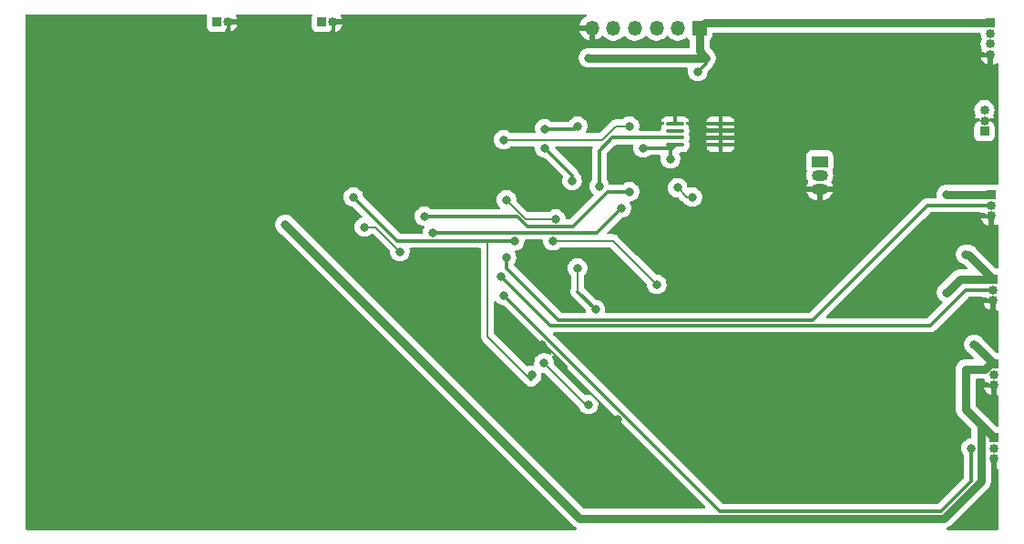
<source format=gbr>
%TF.GenerationSoftware,KiCad,Pcbnew,(6.0.9)*%
%TF.CreationDate,2023-10-13T22:04:35+03:00*%
%TF.ProjectId,ULV,554c562e-6b69-4636-9164-5f7063625858,rev?*%
%TF.SameCoordinates,Original*%
%TF.FileFunction,Copper,L2,Bot*%
%TF.FilePolarity,Positive*%
%FSLAX46Y46*%
G04 Gerber Fmt 4.6, Leading zero omitted, Abs format (unit mm)*
G04 Created by KiCad (PCBNEW (6.0.9)) date 2023-10-13 22:04:35*
%MOMM*%
%LPD*%
G01*
G04 APERTURE LIST*
G04 Aperture macros list*
%AMRoundRect*
0 Rectangle with rounded corners*
0 $1 Rounding radius*
0 $2 $3 $4 $5 $6 $7 $8 $9 X,Y pos of 4 corners*
0 Add a 4 corners polygon primitive as box body*
4,1,4,$2,$3,$4,$5,$6,$7,$8,$9,$2,$3,0*
0 Add four circle primitives for the rounded corners*
1,1,$1+$1,$2,$3*
1,1,$1+$1,$4,$5*
1,1,$1+$1,$6,$7*
1,1,$1+$1,$8,$9*
0 Add four rect primitives between the rounded corners*
20,1,$1+$1,$2,$3,$4,$5,0*
20,1,$1+$1,$4,$5,$6,$7,0*
20,1,$1+$1,$6,$7,$8,$9,0*
20,1,$1+$1,$8,$9,$2,$3,0*%
G04 Aperture macros list end*
%TA.AperFunction,ComponentPad*%
%ADD10R,0.850000X0.850000*%
%TD*%
%TA.AperFunction,ComponentPad*%
%ADD11O,0.850000X0.850000*%
%TD*%
%TA.AperFunction,ComponentPad*%
%ADD12R,1.500000X1.050000*%
%TD*%
%TA.AperFunction,ComponentPad*%
%ADD13O,1.500000X1.050000*%
%TD*%
%TA.AperFunction,SMDPad,CuDef*%
%ADD14RoundRect,0.100000X-0.712500X-0.100000X0.712500X-0.100000X0.712500X0.100000X-0.712500X0.100000X0*%
%TD*%
%TA.AperFunction,ComponentPad*%
%ADD15R,1.350000X1.350000*%
%TD*%
%TA.AperFunction,ComponentPad*%
%ADD16O,1.350000X1.350000*%
%TD*%
%TA.AperFunction,ViaPad*%
%ADD17C,0.800000*%
%TD*%
%TA.AperFunction,Conductor*%
%ADD18C,0.800000*%
%TD*%
%TA.AperFunction,Conductor*%
%ADD19C,0.200000*%
%TD*%
%TA.AperFunction,Conductor*%
%ADD20C,0.300000*%
%TD*%
G04 APERTURE END LIST*
D10*
%TO.P,J5,1,Pin_1*%
%TO.N,3V3*%
X106807000Y-74386000D03*
D11*
%TO.P,J5,2,Pin_2*%
%TO.N,GND*%
X107807000Y-74386000D03*
%TD*%
D10*
%TO.P,J8,1,Pin_1*%
%TO.N,5V*%
X169200000Y-98314000D03*
D11*
%TO.P,J8,2,Pin_2*%
%TO.N,ESC_PWM3*%
X169200000Y-99314000D03*
%TO.P,J8,3,Pin_3*%
%TO.N,GND*%
X169200000Y-100314000D03*
%TD*%
D10*
%TO.P,J3,1,Pin_1*%
%TO.N,3V3*%
X168946000Y-74446000D03*
D11*
%TO.P,J3,2,Pin_2*%
%TO.N,SWCLK*%
X168946000Y-75446000D03*
%TO.P,J3,3,Pin_3*%
%TO.N,SWDIO*%
X168946000Y-76446000D03*
%TO.P,J3,4,Pin_4*%
%TO.N,GND*%
X168946000Y-77446000D03*
%TD*%
D10*
%TO.P,J2,1,Pin_1*%
%TO.N,5V*%
X169236000Y-106188000D03*
D11*
%TO.P,J2,2,Pin_2*%
%TO.N,ESC_PWM1*%
X169236000Y-107188000D03*
%TO.P,J2,3,Pin_3*%
%TO.N,GND*%
X169236000Y-108188000D03*
%TD*%
D12*
%TO.P,Q2,1,C*%
%TO.N,SBUS_RX*%
X153056000Y-87376000D03*
D13*
%TO.P,Q2,2,B*%
%TO.N,Net-(Q2-Pad2)*%
X153056000Y-88646000D03*
%TO.P,Q2,3,E*%
%TO.N,GND*%
X153056000Y-89916000D03*
%TD*%
D10*
%TO.P,J4,1,Pin_1*%
%TO.N,5V*%
X97036000Y-74386000D03*
D11*
%TO.P,J4,2,Pin_2*%
%TO.N,GND*%
X98036000Y-74386000D03*
%TD*%
D10*
%TO.P,J7,1,Pin_1*%
%TO.N,5V*%
X168982000Y-90440000D03*
D11*
%TO.P,J7,2,Pin_2*%
%TO.N,ESC_PWM2*%
X168982000Y-91440000D03*
%TO.P,J7,3,Pin_3*%
%TO.N,GND*%
X168982000Y-92440000D03*
%TD*%
D10*
%TO.P,J1,1,Pin_1*%
%TO.N,5V*%
X169236000Y-113046000D03*
D11*
%TO.P,J1,2,Pin_2*%
%TO.N,ESC_PWM4*%
X169236000Y-114046000D03*
%TO.P,J1,3,Pin_3*%
%TO.N,GND*%
X169236000Y-115046000D03*
%TD*%
D10*
%TO.P,J9,1,Pin_1*%
%TO.N,5V*%
X168366000Y-84566000D03*
D11*
%TO.P,J9,2,Pin_2*%
%TO.N,GND*%
X168366000Y-83566000D03*
%TO.P,J9,3,Pin_3*%
%TO.N,SBUS_SIGNAL*%
X168366000Y-82566000D03*
%TD*%
D14*
%TO.P,U1,1,VDD*%
%TO.N,3V3*%
X139619500Y-85811000D03*
%TO.P,U1,2,DQ*%
%TO.N,TEMP_W*%
X139619500Y-85161000D03*
%TO.P,U1,3,NC*%
%TO.N,unconnected-(U1-Pad3)*%
X139619500Y-84511000D03*
%TO.P,U1,4,GND*%
%TO.N,GND*%
X139619500Y-83861000D03*
%TO.P,U1,5,AD0*%
X143844500Y-83861000D03*
%TO.P,U1,6,AD1*%
X143844500Y-84511000D03*
%TO.P,U1,7,AD2*%
X143844500Y-85161000D03*
%TO.P,U1,8,AD3*%
X143844500Y-85811000D03*
%TD*%
D15*
%TO.P,J6,1,Pin_1*%
%TO.N,3V3*%
X141890000Y-74930000D03*
D16*
%TO.P,J6,2,Pin_2*%
%TO.N,M_SCL_2*%
X139890000Y-74930000D03*
%TO.P,J6,3,Pin_3*%
%TO.N,M_SDA_2*%
X137890000Y-74930000D03*
%TO.P,J6,4,Pin_4*%
%TO.N,M_IO0_2*%
X135890000Y-74930000D03*
%TO.P,J6,5,Pin_5*%
%TO.N,M_IO1_2*%
X133890000Y-74930000D03*
%TO.P,J6,6,Pin_6*%
%TO.N,GND*%
X131890000Y-74930000D03*
%TD*%
D17*
%TO.N,5V*%
X164846000Y-99568000D03*
X164846000Y-90424000D03*
X166624000Y-96012000D03*
X103378000Y-93218000D03*
X167386000Y-104394000D03*
%TO.N,GND*%
X125984000Y-109728000D03*
X155702000Y-114099500D03*
X105410000Y-91694000D03*
X154686000Y-116332000D03*
X127254000Y-104394000D03*
X129308108Y-110512108D03*
X99568000Y-90932000D03*
X134268642Y-111349358D03*
X128778000Y-96012000D03*
X128270000Y-97536000D03*
%TO.N,3V3*%
X131572000Y-77724000D03*
X131572000Y-109982000D03*
X136652000Y-86106000D03*
X126298543Y-107248544D03*
X124714000Y-94742000D03*
X141732000Y-78994000D03*
X109728000Y-90678000D03*
X127441543Y-106105543D03*
X139192000Y-87122000D03*
%TO.N,Net-(C7-Pad1)*%
X123952000Y-90932000D03*
X128524000Y-92710000D03*
%TO.N,Net-(C9-Pad1)*%
X139856642Y-89818642D03*
X141224000Y-90678000D03*
%TO.N,ESC_PWM4*%
X123698000Y-99822000D03*
X167132000Y-114046000D03*
%TO.N,ESC_PWM2*%
X123952000Y-96266000D03*
%TO.N,ESC_PWM3*%
X123444000Y-98044000D03*
%TO.N,GPS_RESET*%
X110744000Y-93472000D03*
X114046000Y-95758000D03*
X123698000Y-85344000D03*
X135382000Y-84074000D03*
%TO.N,Net-(R7-Pad1)*%
X130556000Y-84074000D03*
X127508000Y-84328000D03*
X127508000Y-86106000D03*
X130048000Y-89154000D03*
%TO.N,TEMP_W*%
X132588000Y-89662000D03*
%TO.N,GPS_RX*%
X135382000Y-90170000D03*
X116332000Y-92456000D03*
%TO.N,GPS_TX*%
X134620000Y-91694000D03*
X117094000Y-93980000D03*
%TO.N,G_MOSI*%
X137922000Y-98806000D03*
X128270000Y-94742000D03*
%TO.N,P_SCLK*%
X132223747Y-101154535D03*
X130556000Y-97282000D03*
%TD*%
D18*
%TO.N,5V*%
X168982000Y-90440000D02*
X164862000Y-90440000D01*
X167442000Y-104394000D02*
X169236000Y-106188000D01*
X103378000Y-93218000D02*
X130725000Y-120565000D01*
X168889668Y-106188000D02*
X168397668Y-106680000D01*
X166898000Y-96012000D02*
X169200000Y-98314000D01*
X168059000Y-117124422D02*
X168059000Y-111869000D01*
X167386000Y-104394000D02*
X167442000Y-104394000D01*
X169236000Y-106188000D02*
X168889668Y-106188000D01*
X168397668Y-106680000D02*
X166624000Y-106680000D01*
X166624000Y-96012000D02*
X166898000Y-96012000D01*
X130725000Y-120565000D02*
X164618422Y-120565000D01*
X168059000Y-111869000D02*
X167160000Y-110970000D01*
X164618422Y-120565000D02*
X168059000Y-117124422D01*
X166624000Y-110434000D02*
X169236000Y-113046000D01*
X166624000Y-106680000D02*
X166624000Y-110434000D01*
X169200000Y-98314000D02*
X166100000Y-98314000D01*
X164862000Y-90440000D02*
X164846000Y-90424000D01*
X166100000Y-98314000D02*
X164846000Y-99568000D01*
D19*
%TO.N,GND*%
X134209358Y-111349358D02*
X134268642Y-111349358D01*
X129540000Y-106680000D02*
X134209358Y-111349358D01*
X128524000Y-109728000D02*
X129308108Y-110512108D01*
X127254000Y-104394000D02*
X127508000Y-104648000D01*
X125984000Y-109728000D02*
X128524000Y-109728000D01*
X127508000Y-104394000D02*
X127762000Y-104648000D01*
X129540000Y-106426000D02*
X129540000Y-106680000D01*
X100076000Y-91440000D02*
X99568000Y-90932000D01*
X155702000Y-115316000D02*
X154686000Y-116332000D01*
X155702000Y-114099500D02*
X155702000Y-115316000D01*
X128270000Y-97536000D02*
X128270000Y-96520000D01*
X100330000Y-91694000D02*
X100076000Y-91440000D01*
X105410000Y-91694000D02*
X100330000Y-91694000D01*
X128270000Y-96520000D02*
X128778000Y-96012000D01*
X127762000Y-104648000D02*
X129540000Y-106426000D01*
X127508000Y-104648000D02*
X127762000Y-104648000D01*
D18*
%TO.N,3V3*%
X168946000Y-74446000D02*
X142374000Y-74446000D01*
D19*
X127441543Y-106105543D02*
X131318000Y-109982000D01*
D20*
X139324500Y-86106000D02*
X136652000Y-86106000D01*
X113792000Y-94742000D02*
X109728000Y-90678000D01*
X142494000Y-78232000D02*
X142494000Y-77724000D01*
D19*
X126298543Y-107635457D02*
X126298543Y-107248544D01*
D20*
X124714000Y-94742000D02*
X122174000Y-94742000D01*
X139619500Y-85811000D02*
X139324500Y-86106000D01*
D18*
X131572000Y-77724000D02*
X142494000Y-77724000D01*
D19*
X122174000Y-103632000D02*
X122174000Y-94742000D01*
X126238000Y-107696000D02*
X126298543Y-107635457D01*
X126238000Y-107696000D02*
X122174000Y-103632000D01*
D18*
X141890000Y-77120000D02*
X141890000Y-74930000D01*
D20*
X139192000Y-86238500D02*
X139619500Y-85811000D01*
D18*
X142374000Y-74446000D02*
X141890000Y-74930000D01*
D20*
X122174000Y-94742000D02*
X113792000Y-94742000D01*
D19*
X131318000Y-109982000D02*
X131572000Y-109982000D01*
D20*
X141732000Y-78994000D02*
X142494000Y-78232000D01*
X139192000Y-87122000D02*
X139192000Y-86238500D01*
D18*
X142494000Y-77724000D02*
X141890000Y-77120000D01*
D19*
%TO.N,Net-(C7-Pad1)*%
X123952000Y-90932000D02*
X125730000Y-92710000D01*
X125730000Y-92710000D02*
X128524000Y-92710000D01*
%TO.N,Net-(C9-Pad1)*%
X140716000Y-90678000D02*
X139856642Y-89818642D01*
X141224000Y-90678000D02*
X140716000Y-90678000D01*
D20*
%TO.N,ESC_PWM4*%
X167132000Y-117094000D02*
X167132000Y-114046000D01*
X143764000Y-119888000D02*
X164338000Y-119888000D01*
X164338000Y-119888000D02*
X167132000Y-117094000D01*
X123698000Y-99822000D02*
X143764000Y-119888000D01*
%TO.N,ESC_PWM2*%
X128778000Y-102108000D02*
X152400000Y-102108000D01*
X123952000Y-96266000D02*
X123952000Y-97282000D01*
X123952000Y-97282000D02*
X128778000Y-102108000D01*
X152400000Y-102108000D02*
X163068000Y-91440000D01*
X163068000Y-91440000D02*
X168982000Y-91440000D01*
%TO.N,ESC_PWM3*%
X163322000Y-102616000D02*
X166624000Y-99314000D01*
X123444000Y-98044000D02*
X128016000Y-102616000D01*
X166624000Y-99314000D02*
X169200000Y-99314000D01*
X128016000Y-102616000D02*
X163322000Y-102616000D01*
D19*
%TO.N,GPS_RESET*%
X123698000Y-85344000D02*
X132842000Y-85344000D01*
X111760000Y-93472000D02*
X110744000Y-93472000D01*
X134112000Y-84074000D02*
X135382000Y-84074000D01*
X114046000Y-95758000D02*
X111760000Y-93472000D01*
X132842000Y-85344000D02*
X134112000Y-84074000D01*
D20*
%TO.N,Net-(R7-Pad1)*%
X127508000Y-84328000D02*
X130302000Y-84328000D01*
X130302000Y-84328000D02*
X130556000Y-84074000D01*
X130048000Y-88646000D02*
X127508000Y-86106000D01*
X130048000Y-89154000D02*
X130048000Y-88646000D01*
%TO.N,TEMP_W*%
X133787000Y-85161000D02*
X132588000Y-86360000D01*
X139619500Y-85161000D02*
X133787000Y-85161000D01*
X132588000Y-86360000D02*
X132588000Y-89662000D01*
%TO.N,GPS_RX*%
X133350000Y-90170000D02*
X135382000Y-90170000D01*
X130133000Y-93387000D02*
X131064000Y-92456000D01*
X125873842Y-93387000D02*
X130133000Y-93387000D01*
X131064000Y-92456000D02*
X133350000Y-90170000D01*
X124942842Y-92456000D02*
X125873842Y-93387000D01*
X116332000Y-92456000D02*
X124942842Y-92456000D01*
%TO.N,GPS_TX*%
X117094000Y-93980000D02*
X132334000Y-93980000D01*
X132334000Y-93980000D02*
X134620000Y-91694000D01*
D19*
%TO.N,G_MOSI*%
X137922000Y-98806000D02*
X133858000Y-94742000D01*
X133858000Y-94742000D02*
X128270000Y-94742000D01*
D20*
%TO.N,P_SCLK*%
X132223747Y-101154535D02*
X130556000Y-99486788D01*
D19*
X130556000Y-99486788D02*
X130556000Y-97282000D01*
%TD*%
%TA.AperFunction,Conductor*%
%TO.N,GND*%
G36*
X169130113Y-114977989D02*
G01*
X169131425Y-114978127D01*
X169137885Y-114979500D01*
X169334115Y-114979500D01*
X169340572Y-114978128D01*
X169347143Y-114977437D01*
X169347354Y-114979446D01*
X169408591Y-114984117D01*
X169465225Y-115026933D01*
X169489720Y-115093570D01*
X169490000Y-115101963D01*
X169490000Y-115927739D01*
X169493973Y-115941270D01*
X169504469Y-115942779D01*
X169519301Y-115939626D01*
X169590092Y-115945027D01*
X169646725Y-115987842D01*
X169671220Y-116054480D01*
X169671500Y-116062872D01*
X169671500Y-121539500D01*
X169651498Y-121607621D01*
X169597842Y-121654114D01*
X169545500Y-121665500D01*
X164978497Y-121665500D01*
X164910376Y-121645498D01*
X164863883Y-121591842D01*
X164853779Y-121521568D01*
X164883273Y-121456988D01*
X164933342Y-121421869D01*
X164939416Y-121419538D01*
X164945792Y-121417829D01*
X164958330Y-121411440D01*
X164976596Y-121403875D01*
X164983694Y-121401569D01*
X164983696Y-121401568D01*
X164989978Y-121399527D01*
X165049207Y-121365331D01*
X165055001Y-121362185D01*
X165115952Y-121331129D01*
X165126889Y-121322273D01*
X165143185Y-121311073D01*
X165149646Y-121307343D01*
X165149650Y-121307340D01*
X165155366Y-121304040D01*
X165160272Y-121299623D01*
X165160277Y-121299619D01*
X165206191Y-121258278D01*
X165211206Y-121253994D01*
X165224599Y-121243148D01*
X165227163Y-121241072D01*
X165241678Y-121226557D01*
X165246463Y-121222016D01*
X165292379Y-121180673D01*
X165297288Y-121176253D01*
X165305562Y-121164865D01*
X165318403Y-121149832D01*
X168643832Y-117824403D01*
X168658865Y-117811562D01*
X168664913Y-117807168D01*
X168664914Y-117807167D01*
X168670253Y-117803288D01*
X168716016Y-117752463D01*
X168720557Y-117747678D01*
X168735072Y-117733163D01*
X168747994Y-117717206D01*
X168752278Y-117712191D01*
X168793619Y-117666277D01*
X168793623Y-117666272D01*
X168798040Y-117661366D01*
X168801340Y-117655650D01*
X168801343Y-117655646D01*
X168805073Y-117649185D01*
X168816273Y-117632888D01*
X168820975Y-117627082D01*
X168820976Y-117627080D01*
X168825129Y-117621952D01*
X168856186Y-117560999D01*
X168859333Y-117555204D01*
X168890223Y-117501701D01*
X168890224Y-117501700D01*
X168893527Y-117495978D01*
X168897875Y-117482595D01*
X168905441Y-117464329D01*
X168908832Y-117457674D01*
X168911829Y-117451792D01*
X168929529Y-117385737D01*
X168931402Y-117379413D01*
X168950500Y-117320634D01*
X168952542Y-117314350D01*
X168954012Y-117300361D01*
X168957617Y-117280908D01*
X168959547Y-117273707D01*
X168961257Y-117267326D01*
X168964836Y-117199037D01*
X168965353Y-117192462D01*
X168967156Y-117175304D01*
X168967500Y-117172032D01*
X168967500Y-117151497D01*
X168967673Y-117144903D01*
X168970907Y-117083204D01*
X168970907Y-117083199D01*
X168971252Y-117076612D01*
X168969051Y-117062714D01*
X168967500Y-117043005D01*
X168967500Y-115992932D01*
X168975236Y-115949463D01*
X168982000Y-115931060D01*
X168982000Y-115101963D01*
X169002002Y-115033842D01*
X169055658Y-114987349D01*
X169125932Y-114977245D01*
X169130113Y-114977989D01*
G37*
%TD.AperFunction*%
%TA.AperFunction,Conductor*%
G36*
X96066874Y-73680502D02*
G01*
X96113367Y-73734158D01*
X96123471Y-73804432D01*
X96116736Y-73830727D01*
X96112029Y-73843283D01*
X96112028Y-73843287D01*
X96109255Y-73850684D01*
X96102500Y-73912866D01*
X96102500Y-74859134D01*
X96109255Y-74921316D01*
X96160385Y-75057705D01*
X96247739Y-75174261D01*
X96364295Y-75261615D01*
X96500684Y-75312745D01*
X96562866Y-75319500D01*
X97509134Y-75319500D01*
X97571316Y-75312745D01*
X97661576Y-75278908D01*
X97732384Y-75273725D01*
X97744742Y-75277057D01*
X97752552Y-75279595D01*
X97764280Y-75282088D01*
X97778341Y-75281015D01*
X97782000Y-75271059D01*
X97782000Y-75267739D01*
X98290000Y-75267739D01*
X98293973Y-75281270D01*
X98304468Y-75282779D01*
X98319444Y-75279595D01*
X98331932Y-75275538D01*
X98499040Y-75201137D01*
X98510412Y-75194571D01*
X98658394Y-75087056D01*
X98668157Y-75078265D01*
X98790554Y-74942328D01*
X98798270Y-74931709D01*
X98889733Y-74773291D01*
X98895073Y-74761296D01*
X98928885Y-74657232D01*
X98929288Y-74643132D01*
X98922917Y-74640000D01*
X98308115Y-74640000D01*
X98292876Y-74644475D01*
X98291671Y-74645865D01*
X98290000Y-74653548D01*
X98290000Y-75267739D01*
X97782000Y-75267739D01*
X97782000Y-75266913D01*
X97802002Y-75198792D01*
X97817975Y-75178972D01*
X97824261Y-75174261D01*
X97911615Y-75057705D01*
X97962745Y-74921316D01*
X97969500Y-74859134D01*
X97969500Y-74258000D01*
X97989502Y-74189879D01*
X98043158Y-74143386D01*
X98095500Y-74132000D01*
X98916369Y-74132000D01*
X98929900Y-74128027D01*
X98930910Y-74121000D01*
X98895073Y-74010704D01*
X98889733Y-73998709D01*
X98803587Y-73849501D01*
X98786849Y-73780505D01*
X98810069Y-73713413D01*
X98865876Y-73669526D01*
X98912706Y-73660500D01*
X105769753Y-73660500D01*
X105837874Y-73680502D01*
X105884367Y-73734158D01*
X105894471Y-73804432D01*
X105887736Y-73830727D01*
X105883029Y-73843283D01*
X105883028Y-73843287D01*
X105880255Y-73850684D01*
X105873500Y-73912866D01*
X105873500Y-74859134D01*
X105880255Y-74921316D01*
X105931385Y-75057705D01*
X106018739Y-75174261D01*
X106135295Y-75261615D01*
X106271684Y-75312745D01*
X106333866Y-75319500D01*
X107280134Y-75319500D01*
X107342316Y-75312745D01*
X107432576Y-75278908D01*
X107503384Y-75273725D01*
X107515742Y-75277057D01*
X107523552Y-75279595D01*
X107535280Y-75282088D01*
X107549341Y-75281015D01*
X107553000Y-75271059D01*
X107553000Y-75267739D01*
X108061000Y-75267739D01*
X108064973Y-75281270D01*
X108075468Y-75282779D01*
X108090444Y-75279595D01*
X108102932Y-75275538D01*
X108270040Y-75201137D01*
X108277271Y-75196962D01*
X130737158Y-75196962D01*
X130768656Y-75320985D01*
X130772497Y-75331832D01*
X130858685Y-75518789D01*
X130864436Y-75528750D01*
X130983254Y-75696873D01*
X130990720Y-75705615D01*
X131138191Y-75849275D01*
X131147124Y-75856509D01*
X131318299Y-75970884D01*
X131328409Y-75976374D01*
X131517566Y-76057642D01*
X131528499Y-76061194D01*
X131618332Y-76081521D01*
X131632405Y-76080632D01*
X131636000Y-76071233D01*
X131636000Y-75202115D01*
X131631525Y-75186876D01*
X131630135Y-75185671D01*
X131622452Y-75184000D01*
X130751981Y-75184000D01*
X130738450Y-75187973D01*
X130737158Y-75196962D01*
X108277271Y-75196962D01*
X108281412Y-75194571D01*
X108429394Y-75087056D01*
X108439157Y-75078265D01*
X108561554Y-74942328D01*
X108569270Y-74931709D01*
X108660733Y-74773291D01*
X108666073Y-74761296D01*
X108699885Y-74657232D01*
X108700288Y-74643132D01*
X108693917Y-74640000D01*
X108079115Y-74640000D01*
X108063876Y-74644475D01*
X108062671Y-74645865D01*
X108061000Y-74653548D01*
X108061000Y-75267739D01*
X107553000Y-75267739D01*
X107553000Y-75266913D01*
X107573002Y-75198792D01*
X107588975Y-75178972D01*
X107595261Y-75174261D01*
X107682615Y-75057705D01*
X107733745Y-74921316D01*
X107740500Y-74859134D01*
X107740500Y-74258000D01*
X107760502Y-74189879D01*
X107814158Y-74143386D01*
X107866500Y-74132000D01*
X108687369Y-74132000D01*
X108700900Y-74128027D01*
X108701910Y-74121000D01*
X108666073Y-74010704D01*
X108660733Y-73998709D01*
X108574587Y-73849501D01*
X108557849Y-73780505D01*
X108581069Y-73713413D01*
X108636876Y-73669526D01*
X108683706Y-73660500D01*
X131251711Y-73660500D01*
X131319832Y-73680502D01*
X131366325Y-73734158D01*
X131376429Y-73804432D01*
X131346935Y-73869012D01*
X131316134Y-73894785D01*
X131196639Y-73965877D01*
X131187327Y-73972643D01*
X131032547Y-74108381D01*
X131024630Y-74116724D01*
X130897180Y-74278394D01*
X130890909Y-74288050D01*
X130795060Y-74470229D01*
X130790655Y-74480863D01*
X130735436Y-74658700D01*
X130735218Y-74672799D01*
X130741950Y-74676000D01*
X132018000Y-74676000D01*
X132086121Y-74696002D01*
X132132614Y-74749658D01*
X132144000Y-74802000D01*
X132144000Y-76070512D01*
X132147966Y-76084018D01*
X132161883Y-76086011D01*
X132172817Y-76083386D01*
X132367763Y-76017210D01*
X132378272Y-76012531D01*
X132557882Y-75911944D01*
X132567375Y-75905420D01*
X132725653Y-75773782D01*
X132733782Y-75765653D01*
X132789923Y-75698151D01*
X132848861Y-75658567D01*
X132919843Y-75657131D01*
X132982607Y-75696888D01*
X132982868Y-75697193D01*
X132986204Y-75701914D01*
X133142009Y-75853692D01*
X133322863Y-75974536D01*
X133328171Y-75976817D01*
X133328172Y-75976817D01*
X133517409Y-76058119D01*
X133517412Y-76058120D01*
X133522712Y-76060397D01*
X133528342Y-76061671D01*
X133635908Y-76086011D01*
X133734860Y-76108402D01*
X133740631Y-76108629D01*
X133740633Y-76108629D01*
X133813620Y-76111496D01*
X133952205Y-76116941D01*
X134167466Y-76085730D01*
X134172930Y-76083875D01*
X134172935Y-76083874D01*
X134367963Y-76017671D01*
X134367968Y-76017669D01*
X134373435Y-76015813D01*
X134379296Y-76012531D01*
X134487388Y-75951996D01*
X134563213Y-75909532D01*
X134730446Y-75770446D01*
X134790252Y-75698537D01*
X134849189Y-75658953D01*
X134920171Y-75657517D01*
X134982913Y-75697258D01*
X134986204Y-75701914D01*
X134990346Y-75705949D01*
X134990348Y-75705951D01*
X135053597Y-75767565D01*
X135142009Y-75853692D01*
X135322863Y-75974536D01*
X135328171Y-75976817D01*
X135328172Y-75976817D01*
X135517409Y-76058119D01*
X135517412Y-76058120D01*
X135522712Y-76060397D01*
X135528342Y-76061671D01*
X135635908Y-76086011D01*
X135734860Y-76108402D01*
X135740631Y-76108629D01*
X135740633Y-76108629D01*
X135813620Y-76111496D01*
X135952205Y-76116941D01*
X136167466Y-76085730D01*
X136172930Y-76083875D01*
X136172935Y-76083874D01*
X136367963Y-76017671D01*
X136367968Y-76017669D01*
X136373435Y-76015813D01*
X136379296Y-76012531D01*
X136487388Y-75951996D01*
X136563213Y-75909532D01*
X136730446Y-75770446D01*
X136790252Y-75698537D01*
X136849189Y-75658953D01*
X136920171Y-75657517D01*
X136982913Y-75697258D01*
X136986204Y-75701914D01*
X136990346Y-75705949D01*
X136990348Y-75705951D01*
X137053597Y-75767565D01*
X137142009Y-75853692D01*
X137322863Y-75974536D01*
X137328171Y-75976817D01*
X137328172Y-75976817D01*
X137517409Y-76058119D01*
X137517412Y-76058120D01*
X137522712Y-76060397D01*
X137528342Y-76061671D01*
X137635908Y-76086011D01*
X137734860Y-76108402D01*
X137740631Y-76108629D01*
X137740633Y-76108629D01*
X137813620Y-76111496D01*
X137952205Y-76116941D01*
X138167466Y-76085730D01*
X138172930Y-76083875D01*
X138172935Y-76083874D01*
X138367963Y-76017671D01*
X138367968Y-76017669D01*
X138373435Y-76015813D01*
X138379296Y-76012531D01*
X138487388Y-75951996D01*
X138563213Y-75909532D01*
X138730446Y-75770446D01*
X138790252Y-75698537D01*
X138849189Y-75658953D01*
X138920171Y-75657517D01*
X138982913Y-75697258D01*
X138986204Y-75701914D01*
X138990346Y-75705949D01*
X138990348Y-75705951D01*
X139053597Y-75767565D01*
X139142009Y-75853692D01*
X139322863Y-75974536D01*
X139328171Y-75976817D01*
X139328172Y-75976817D01*
X139517409Y-76058119D01*
X139517412Y-76058120D01*
X139522712Y-76060397D01*
X139528342Y-76061671D01*
X139635908Y-76086011D01*
X139734860Y-76108402D01*
X139740631Y-76108629D01*
X139740633Y-76108629D01*
X139813620Y-76111496D01*
X139952205Y-76116941D01*
X140167466Y-76085730D01*
X140172930Y-76083875D01*
X140172935Y-76083874D01*
X140367963Y-76017671D01*
X140367968Y-76017669D01*
X140373435Y-76015813D01*
X140379296Y-76012531D01*
X140487388Y-75951996D01*
X140563213Y-75909532D01*
X140611932Y-75869013D01*
X140677096Y-75840832D01*
X140747151Y-75852356D01*
X140793327Y-75890322D01*
X140851739Y-75968261D01*
X140858919Y-75973642D01*
X140858920Y-75973643D01*
X140931065Y-76027713D01*
X140973580Y-76084573D01*
X140981500Y-76128539D01*
X140981500Y-76689500D01*
X140961498Y-76757621D01*
X140907842Y-76804114D01*
X140855500Y-76815500D01*
X131476513Y-76815500D01*
X131436136Y-76824082D01*
X131423128Y-76826143D01*
X131407553Y-76827780D01*
X131388635Y-76829768D01*
X131388633Y-76829768D01*
X131382072Y-76830458D01*
X131375798Y-76832497D01*
X131375791Y-76832498D01*
X131342817Y-76843212D01*
X131330080Y-76846625D01*
X131296169Y-76853833D01*
X131296165Y-76853834D01*
X131289712Y-76855206D01*
X131251994Y-76871999D01*
X131239698Y-76876718D01*
X131200444Y-76889473D01*
X131194723Y-76892776D01*
X131164710Y-76910104D01*
X131152961Y-76916091D01*
X131115248Y-76932882D01*
X131109909Y-76936761D01*
X131109904Y-76936764D01*
X131081851Y-76957146D01*
X131070798Y-76964325D01*
X131035056Y-76984960D01*
X131030147Y-76989380D01*
X131030143Y-76989383D01*
X131004386Y-77012575D01*
X130994143Y-77020871D01*
X130960747Y-77045134D01*
X130956333Y-77050036D01*
X130956331Y-77050038D01*
X130933129Y-77075806D01*
X130923806Y-77085129D01*
X130893134Y-77112747D01*
X130868871Y-77146143D01*
X130860575Y-77156386D01*
X130837383Y-77182143D01*
X130837380Y-77182147D01*
X130832960Y-77187056D01*
X130812325Y-77222798D01*
X130805146Y-77233851D01*
X130784764Y-77261904D01*
X130784761Y-77261909D01*
X130780882Y-77267248D01*
X130778199Y-77273275D01*
X130778198Y-77273276D01*
X130764092Y-77304959D01*
X130758105Y-77316708D01*
X130737473Y-77352444D01*
X130735432Y-77358727D01*
X130735431Y-77358728D01*
X130724719Y-77391696D01*
X130719999Y-77403994D01*
X130703206Y-77441712D01*
X130701834Y-77448165D01*
X130701833Y-77448169D01*
X130694625Y-77482080D01*
X130691212Y-77494817D01*
X130680498Y-77527791D01*
X130680497Y-77527798D01*
X130678458Y-77534072D01*
X130677768Y-77540633D01*
X130677768Y-77540635D01*
X130674144Y-77575122D01*
X130672082Y-77588136D01*
X130663500Y-77628513D01*
X130663500Y-77669784D01*
X130662810Y-77682955D01*
X130658496Y-77724000D01*
X130659186Y-77730565D01*
X130662810Y-77765045D01*
X130663500Y-77778216D01*
X130663500Y-77819487D01*
X130672082Y-77859864D01*
X130674143Y-77872872D01*
X130678458Y-77913928D01*
X130680497Y-77920202D01*
X130680498Y-77920209D01*
X130691212Y-77953183D01*
X130694625Y-77965920D01*
X130700281Y-77992527D01*
X130703206Y-78006288D01*
X130719999Y-78044006D01*
X130724718Y-78056302D01*
X130737473Y-78095556D01*
X130740776Y-78101277D01*
X130758104Y-78131290D01*
X130764091Y-78143039D01*
X130780882Y-78180752D01*
X130784761Y-78186091D01*
X130784764Y-78186096D01*
X130805146Y-78214149D01*
X130812325Y-78225202D01*
X130832960Y-78260944D01*
X130837380Y-78265853D01*
X130837383Y-78265857D01*
X130860575Y-78291614D01*
X130868871Y-78301857D01*
X130893134Y-78335253D01*
X130898036Y-78339667D01*
X130898038Y-78339669D01*
X130923806Y-78362871D01*
X130933129Y-78372194D01*
X130960747Y-78402866D01*
X130994143Y-78427129D01*
X131004386Y-78435425D01*
X131030143Y-78458617D01*
X131030147Y-78458620D01*
X131035056Y-78463040D01*
X131070798Y-78483675D01*
X131081851Y-78490854D01*
X131109904Y-78511236D01*
X131109909Y-78511239D01*
X131115248Y-78515118D01*
X131121275Y-78517801D01*
X131121276Y-78517802D01*
X131152959Y-78531908D01*
X131164708Y-78537895D01*
X131200444Y-78558527D01*
X131206727Y-78560568D01*
X131206728Y-78560569D01*
X131239696Y-78571281D01*
X131251994Y-78576001D01*
X131289712Y-78592794D01*
X131296165Y-78594166D01*
X131296169Y-78594167D01*
X131330080Y-78601375D01*
X131342817Y-78604788D01*
X131375791Y-78615502D01*
X131375798Y-78615503D01*
X131382072Y-78617542D01*
X131388633Y-78618232D01*
X131388635Y-78618232D01*
X131402690Y-78619709D01*
X131423128Y-78621857D01*
X131436136Y-78623918D01*
X131476513Y-78632500D01*
X140720781Y-78632500D01*
X140788902Y-78652502D01*
X140835395Y-78706158D01*
X140845499Y-78776432D01*
X140840613Y-78797439D01*
X140838458Y-78804072D01*
X140818496Y-78994000D01*
X140838458Y-79183928D01*
X140897473Y-79365556D01*
X140992960Y-79530944D01*
X141120747Y-79672866D01*
X141275248Y-79785118D01*
X141281276Y-79787802D01*
X141281278Y-79787803D01*
X141443681Y-79860109D01*
X141449712Y-79862794D01*
X141543113Y-79882647D01*
X141630056Y-79901128D01*
X141630061Y-79901128D01*
X141636513Y-79902500D01*
X141827487Y-79902500D01*
X141833939Y-79901128D01*
X141833944Y-79901128D01*
X141920887Y-79882647D01*
X142014288Y-79862794D01*
X142020319Y-79860109D01*
X142182722Y-79787803D01*
X142182724Y-79787802D01*
X142188752Y-79785118D01*
X142343253Y-79672866D01*
X142471040Y-79530944D01*
X142566527Y-79365556D01*
X142625542Y-79183928D01*
X142638755Y-79058213D01*
X142665768Y-78992558D01*
X142674970Y-78982290D01*
X142901605Y-78755655D01*
X142910385Y-78747665D01*
X142910387Y-78747663D01*
X142917080Y-78743416D01*
X142952068Y-78706158D01*
X142965604Y-78691743D01*
X142968359Y-78688901D01*
X142988927Y-78668333D01*
X142991647Y-78664826D01*
X142999353Y-78655804D01*
X143025544Y-78627913D01*
X143030972Y-78622133D01*
X143034794Y-78615181D01*
X143041303Y-78603342D01*
X143052157Y-78586818D01*
X143060445Y-78576132D01*
X143065304Y-78569868D01*
X143071641Y-78555224D01*
X143083654Y-78527465D01*
X143088876Y-78516805D01*
X143107305Y-78483284D01*
X143107306Y-78483282D01*
X143111124Y-78476337D01*
X143116459Y-78455559D01*
X143122858Y-78436869D01*
X143131380Y-78417176D01*
X143132633Y-78409264D01*
X143132661Y-78409206D01*
X143134832Y-78401732D01*
X143136038Y-78402082D01*
X143163046Y-78345111D01*
X143163559Y-78344594D01*
X143163541Y-78344578D01*
X143167961Y-78339669D01*
X143172866Y-78335253D01*
X143181140Y-78323865D01*
X143193981Y-78308832D01*
X143203926Y-78298887D01*
X143225376Y-78265857D01*
X143241178Y-78241525D01*
X143244913Y-78236090D01*
X143281238Y-78186092D01*
X143285118Y-78180752D01*
X143287803Y-78174722D01*
X143287805Y-78174718D01*
X143290843Y-78167894D01*
X143300276Y-78150520D01*
X143307938Y-78138722D01*
X143332450Y-78074867D01*
X143334965Y-78068794D01*
X143362794Y-78006288D01*
X143364166Y-77999834D01*
X143364167Y-77999830D01*
X143365719Y-77992527D01*
X143371334Y-77973568D01*
X143376377Y-77960432D01*
X143387078Y-77892865D01*
X143388274Y-77886414D01*
X143402500Y-77819487D01*
X143402500Y-77805417D01*
X143404051Y-77785705D01*
X143405220Y-77778325D01*
X143406252Y-77771810D01*
X143405898Y-77765045D01*
X143403065Y-77711000D01*
X168051090Y-77711000D01*
X168086927Y-77821296D01*
X168092267Y-77833291D01*
X168183730Y-77991709D01*
X168191446Y-78002328D01*
X168313843Y-78138265D01*
X168323606Y-78147056D01*
X168471588Y-78254571D01*
X168482960Y-78261137D01*
X168650068Y-78335538D01*
X168662556Y-78339595D01*
X168674280Y-78342088D01*
X168688341Y-78341015D01*
X168692000Y-78331059D01*
X168692000Y-77718115D01*
X168687525Y-77702876D01*
X168686135Y-77701671D01*
X168678452Y-77700000D01*
X168065631Y-77700000D01*
X168052100Y-77703973D01*
X168051090Y-77711000D01*
X143403065Y-77711000D01*
X143402673Y-77703520D01*
X143402500Y-77696926D01*
X143402500Y-77628513D01*
X143399574Y-77614747D01*
X143396993Y-77595143D01*
X143396603Y-77587691D01*
X143396602Y-77587687D01*
X143396257Y-77581097D01*
X143394550Y-77574726D01*
X143394549Y-77574720D01*
X143378553Y-77515022D01*
X143377014Y-77508610D01*
X143372748Y-77488540D01*
X143362794Y-77441712D01*
X143357069Y-77428853D01*
X143350471Y-77410221D01*
X143348538Y-77403008D01*
X143348538Y-77403007D01*
X143346829Y-77396630D01*
X143340454Y-77384117D01*
X143317314Y-77338702D01*
X143315785Y-77335702D01*
X143312946Y-77329751D01*
X143287803Y-77273278D01*
X143287802Y-77273276D01*
X143285118Y-77267248D01*
X143281236Y-77261904D01*
X143276847Y-77255864D01*
X143266517Y-77239007D01*
X143265883Y-77237762D01*
X143260129Y-77226470D01*
X143255973Y-77221338D01*
X143255970Y-77221333D01*
X143217081Y-77173309D01*
X143213065Y-77168076D01*
X143176749Y-77118091D01*
X143176747Y-77118089D01*
X143172866Y-77112747D01*
X143122041Y-77066984D01*
X143117256Y-77062443D01*
X142835405Y-76780592D01*
X142801379Y-76718280D01*
X142798500Y-76691497D01*
X142798500Y-76128539D01*
X142818502Y-76060418D01*
X142848935Y-76027713D01*
X142921080Y-75973643D01*
X142921081Y-75973642D01*
X142928261Y-75968261D01*
X143015615Y-75851705D01*
X143066745Y-75715316D01*
X143073500Y-75653134D01*
X143073500Y-75480500D01*
X143093502Y-75412379D01*
X143147158Y-75365886D01*
X143199500Y-75354500D01*
X167884290Y-75354500D01*
X167952411Y-75374502D01*
X167998904Y-75428158D01*
X168009600Y-75467328D01*
X168027870Y-75641155D01*
X168088508Y-75827780D01*
X168091811Y-75833502D01*
X168091812Y-75833503D01*
X168120389Y-75883000D01*
X168137127Y-75951996D01*
X168120389Y-76009000D01*
X168118351Y-76012531D01*
X168088508Y-76064220D01*
X168027870Y-76250845D01*
X168007358Y-76446000D01*
X168027870Y-76641155D01*
X168088508Y-76827780D01*
X168091811Y-76833502D01*
X168091812Y-76833503D01*
X168120678Y-76883500D01*
X168137416Y-76952495D01*
X168120678Y-77009501D01*
X168092266Y-77058712D01*
X168086927Y-77070704D01*
X168053115Y-77174768D01*
X168052712Y-77188868D01*
X168059083Y-77192000D01*
X168343676Y-77192000D01*
X168411797Y-77212002D01*
X168417736Y-77216063D01*
X168476679Y-77258888D01*
X168482707Y-77261572D01*
X168482709Y-77261573D01*
X168642589Y-77332756D01*
X168655944Y-77338702D01*
X168720596Y-77352444D01*
X168841428Y-77378128D01*
X168841432Y-77378128D01*
X168847885Y-77379500D01*
X169044115Y-77379500D01*
X169050572Y-77378128D01*
X169057143Y-77377437D01*
X169057354Y-77379446D01*
X169118591Y-77384117D01*
X169175225Y-77426933D01*
X169199720Y-77493570D01*
X169200000Y-77501963D01*
X169200000Y-78327739D01*
X169203973Y-78341270D01*
X169214468Y-78342779D01*
X169229444Y-78339595D01*
X169241932Y-78335538D01*
X169409040Y-78261137D01*
X169420410Y-78254572D01*
X169471440Y-78217497D01*
X169538308Y-78193639D01*
X169607459Y-78209720D01*
X169656939Y-78260635D01*
X169671500Y-78319434D01*
X169671500Y-89391458D01*
X169651498Y-89459579D01*
X169597842Y-89506072D01*
X169527568Y-89516176D01*
X169522568Y-89515224D01*
X169517316Y-89513255D01*
X169455134Y-89506500D01*
X168508866Y-89506500D01*
X168446684Y-89513255D01*
X168419404Y-89523482D01*
X168375174Y-89531500D01*
X165041907Y-89531500D01*
X165009296Y-89527207D01*
X164995277Y-89523451D01*
X164995278Y-89523451D01*
X164988903Y-89521743D01*
X164974857Y-89521007D01*
X164955252Y-89518426D01*
X164941487Y-89515500D01*
X164873074Y-89515500D01*
X164866480Y-89515327D01*
X164804782Y-89512093D01*
X164804777Y-89512093D01*
X164798190Y-89511748D01*
X164784292Y-89513949D01*
X164764583Y-89515500D01*
X164750513Y-89515500D01*
X164683586Y-89529726D01*
X164677135Y-89530922D01*
X164609568Y-89541623D01*
X164596432Y-89546666D01*
X164577473Y-89552281D01*
X164570170Y-89553833D01*
X164570166Y-89553834D01*
X164563712Y-89555206D01*
X164501206Y-89583035D01*
X164495133Y-89585550D01*
X164437443Y-89607695D01*
X164437439Y-89607697D01*
X164431278Y-89610062D01*
X164419480Y-89617724D01*
X164402106Y-89627157D01*
X164395282Y-89630195D01*
X164395278Y-89630197D01*
X164389248Y-89632882D01*
X164372993Y-89644692D01*
X164333910Y-89673087D01*
X164328475Y-89676822D01*
X164299172Y-89695852D01*
X164271113Y-89714074D01*
X164261168Y-89724019D01*
X164246135Y-89736860D01*
X164234747Y-89745134D01*
X164188984Y-89795959D01*
X164184443Y-89800744D01*
X164136074Y-89849113D01*
X164132478Y-89854651D01*
X164132476Y-89854653D01*
X164128408Y-89860917D01*
X164116372Y-89876603D01*
X164106960Y-89887056D01*
X164103657Y-89892777D01*
X164072767Y-89946280D01*
X164069321Y-89951904D01*
X164055106Y-89973794D01*
X164032062Y-90009278D01*
X164029696Y-90015443D01*
X164029693Y-90015448D01*
X164027019Y-90022414D01*
X164018507Y-90040261D01*
X164011473Y-90052444D01*
X164008422Y-90061834D01*
X163990336Y-90117497D01*
X163988139Y-90123701D01*
X163963623Y-90187568D01*
X163962590Y-90194090D01*
X163962589Y-90194094D01*
X163961421Y-90201466D01*
X163956806Y-90220689D01*
X163954498Y-90227793D01*
X163952458Y-90234072D01*
X163951769Y-90240631D01*
X163951768Y-90240634D01*
X163945308Y-90302100D01*
X163944450Y-90308617D01*
X163933748Y-90376190D01*
X163934093Y-90382778D01*
X163934093Y-90382782D01*
X163934484Y-90390241D01*
X163933967Y-90409999D01*
X163932496Y-90424000D01*
X163933186Y-90430565D01*
X163933186Y-90430566D01*
X163939647Y-90492041D01*
X163940164Y-90498616D01*
X163943105Y-90554721D01*
X163943743Y-90566903D01*
X163945453Y-90573284D01*
X163945453Y-90573286D01*
X163947383Y-90580491D01*
X163950985Y-90599925D01*
X163951766Y-90607354D01*
X163951768Y-90607363D01*
X163952458Y-90613928D01*
X163954499Y-90620208D01*
X163955871Y-90626664D01*
X163953621Y-90627142D01*
X163955336Y-90687552D01*
X163918663Y-90748344D01*
X163854946Y-90779658D01*
X163833481Y-90781500D01*
X163150056Y-90781500D01*
X163138200Y-90780941D01*
X163138197Y-90780941D01*
X163130463Y-90779212D01*
X163075446Y-90780941D01*
X163059631Y-90781438D01*
X163055673Y-90781500D01*
X163026568Y-90781500D01*
X163022168Y-90782056D01*
X163010336Y-90782988D01*
X162964169Y-90784438D01*
X162943579Y-90790420D01*
X162924218Y-90794430D01*
X162917230Y-90795312D01*
X162910796Y-90796125D01*
X162910795Y-90796125D01*
X162902936Y-90797118D01*
X162895571Y-90800034D01*
X162895567Y-90800035D01*
X162859979Y-90814126D01*
X162848769Y-90817965D01*
X162804400Y-90830855D01*
X162785943Y-90841771D01*
X162768193Y-90850466D01*
X162748244Y-90858365D01*
X162741833Y-90863023D01*
X162741831Y-90863024D01*
X162710864Y-90885523D01*
X162700946Y-90892038D01*
X162661193Y-90915548D01*
X162646036Y-90930705D01*
X162631003Y-90943546D01*
X162613643Y-90956159D01*
X162608591Y-90962266D01*
X162584193Y-90991758D01*
X162576203Y-91000538D01*
X152164145Y-101412595D01*
X152101833Y-101446621D01*
X152075050Y-101449500D01*
X133246186Y-101449500D01*
X133178065Y-101429498D01*
X133131572Y-101375842D01*
X133120876Y-101310330D01*
X133137251Y-101154535D01*
X133134582Y-101129137D01*
X133117979Y-100971170D01*
X133117979Y-100971168D01*
X133117289Y-100964607D01*
X133058274Y-100782979D01*
X132962787Y-100617591D01*
X132921713Y-100571973D01*
X132839422Y-100480580D01*
X132839421Y-100480579D01*
X132835000Y-100475669D01*
X132689509Y-100369963D01*
X132685841Y-100367298D01*
X132685840Y-100367297D01*
X132680499Y-100363417D01*
X132674471Y-100360733D01*
X132674469Y-100360732D01*
X132512066Y-100288426D01*
X132512065Y-100288426D01*
X132506035Y-100285741D01*
X132412635Y-100265888D01*
X132325691Y-100247407D01*
X132325686Y-100247407D01*
X132319234Y-100246035D01*
X132298696Y-100246035D01*
X132230575Y-100226033D01*
X132209601Y-100209130D01*
X131201405Y-99200933D01*
X131167379Y-99138621D01*
X131164500Y-99111838D01*
X131164500Y-98012290D01*
X131184502Y-97944169D01*
X131196864Y-97927980D01*
X131290621Y-97823852D01*
X131290622Y-97823851D01*
X131295040Y-97818944D01*
X131390527Y-97653556D01*
X131449542Y-97471928D01*
X131455107Y-97418986D01*
X131468814Y-97288565D01*
X131469504Y-97282000D01*
X131458280Y-97175206D01*
X131450232Y-97098635D01*
X131450232Y-97098633D01*
X131449542Y-97092072D01*
X131390527Y-96910444D01*
X131379156Y-96890748D01*
X131341713Y-96825896D01*
X131295040Y-96745056D01*
X131275564Y-96723425D01*
X131171675Y-96608045D01*
X131171674Y-96608044D01*
X131167253Y-96603134D01*
X131068157Y-96531136D01*
X131018094Y-96494763D01*
X131018093Y-96494762D01*
X131012752Y-96490882D01*
X131006724Y-96488198D01*
X131006722Y-96488197D01*
X130844319Y-96415891D01*
X130844318Y-96415891D01*
X130838288Y-96413206D01*
X130725712Y-96389277D01*
X130657944Y-96374872D01*
X130657939Y-96374872D01*
X130651487Y-96373500D01*
X130460513Y-96373500D01*
X130454061Y-96374872D01*
X130454056Y-96374872D01*
X130386288Y-96389277D01*
X130273712Y-96413206D01*
X130267682Y-96415891D01*
X130267681Y-96415891D01*
X130105278Y-96488197D01*
X130105276Y-96488198D01*
X130099248Y-96490882D01*
X130093907Y-96494762D01*
X130093906Y-96494763D01*
X130043843Y-96531136D01*
X129944747Y-96603134D01*
X129940326Y-96608044D01*
X129940325Y-96608045D01*
X129836437Y-96723425D01*
X129816960Y-96745056D01*
X129770287Y-96825896D01*
X129732845Y-96890748D01*
X129721473Y-96910444D01*
X129662458Y-97092072D01*
X129661768Y-97098633D01*
X129661768Y-97098635D01*
X129653720Y-97175206D01*
X129642496Y-97282000D01*
X129643186Y-97288565D01*
X129656894Y-97418986D01*
X129662458Y-97471928D01*
X129721473Y-97653556D01*
X129816960Y-97818944D01*
X129821378Y-97823851D01*
X129821379Y-97823852D01*
X129915136Y-97927980D01*
X129945854Y-97991987D01*
X129947500Y-98012290D01*
X129947500Y-99200316D01*
X129936315Y-99246900D01*
X129937791Y-99247431D01*
X129935104Y-99254894D01*
X129931506Y-99261956D01*
X129929776Y-99269694D01*
X129929776Y-99269695D01*
X129922935Y-99300298D01*
X129895212Y-99424325D01*
X129900438Y-99590619D01*
X129946855Y-99750388D01*
X130031547Y-99893595D01*
X131280777Y-101142825D01*
X131314803Y-101205137D01*
X131316992Y-101218750D01*
X131326617Y-101310330D01*
X131313845Y-101380168D01*
X131265342Y-101432015D01*
X131201307Y-101449500D01*
X129102950Y-101449500D01*
X129034829Y-101429498D01*
X129013855Y-101412595D01*
X124647405Y-97046145D01*
X124613379Y-96983833D01*
X124610500Y-96957050D01*
X124610500Y-96940759D01*
X124630502Y-96872638D01*
X124642864Y-96856449D01*
X124686621Y-96807852D01*
X124686622Y-96807851D01*
X124691040Y-96802944D01*
X124773457Y-96660194D01*
X124783223Y-96643279D01*
X124783224Y-96643278D01*
X124786527Y-96637556D01*
X124845542Y-96455928D01*
X124847138Y-96440749D01*
X124864814Y-96272565D01*
X124865504Y-96266000D01*
X124845542Y-96076072D01*
X124786527Y-95894444D01*
X124750302Y-95831700D01*
X124733564Y-95762706D01*
X124756784Y-95695614D01*
X124812591Y-95651727D01*
X124833218Y-95645456D01*
X124996288Y-95610794D01*
X125022807Y-95598987D01*
X125164722Y-95535803D01*
X125164724Y-95535802D01*
X125170752Y-95533118D01*
X125201487Y-95510788D01*
X125273621Y-95458379D01*
X125325253Y-95420866D01*
X125329675Y-95415955D01*
X125448621Y-95283852D01*
X125448622Y-95283851D01*
X125453040Y-95278944D01*
X125523177Y-95157463D01*
X125545223Y-95119279D01*
X125545224Y-95119278D01*
X125548527Y-95113556D01*
X125607542Y-94931928D01*
X125626524Y-94751329D01*
X125653536Y-94685673D01*
X125711757Y-94645043D01*
X125751833Y-94638500D01*
X127232167Y-94638500D01*
X127300288Y-94658502D01*
X127346781Y-94712158D01*
X127357476Y-94751328D01*
X127376458Y-94931928D01*
X127435473Y-95113556D01*
X127438776Y-95119278D01*
X127438777Y-95119279D01*
X127460823Y-95157463D01*
X127530960Y-95278944D01*
X127535378Y-95283851D01*
X127535379Y-95283852D01*
X127654325Y-95415955D01*
X127658747Y-95420866D01*
X127710379Y-95458379D01*
X127782514Y-95510788D01*
X127813248Y-95533118D01*
X127819276Y-95535802D01*
X127819278Y-95535803D01*
X127961193Y-95598987D01*
X127987712Y-95610794D01*
X128081112Y-95630647D01*
X128168056Y-95649128D01*
X128168061Y-95649128D01*
X128174513Y-95650500D01*
X128365487Y-95650500D01*
X128371939Y-95649128D01*
X128371944Y-95649128D01*
X128458887Y-95630647D01*
X128552288Y-95610794D01*
X128578807Y-95598987D01*
X128720722Y-95535803D01*
X128720724Y-95535802D01*
X128726752Y-95533118D01*
X128757487Y-95510788D01*
X128872579Y-95427168D01*
X128881253Y-95420866D01*
X128889115Y-95412135D01*
X128907074Y-95392189D01*
X128967520Y-95354950D01*
X129000710Y-95350500D01*
X133553761Y-95350500D01*
X133621882Y-95370502D01*
X133642856Y-95387405D01*
X136972281Y-98716830D01*
X137006307Y-98779142D01*
X137008841Y-98802716D01*
X137008496Y-98806000D01*
X137009186Y-98812565D01*
X137023894Y-98952500D01*
X137028458Y-98995928D01*
X137087473Y-99177556D01*
X137090776Y-99183278D01*
X137090777Y-99183279D01*
X137100970Y-99200933D01*
X137182960Y-99342944D01*
X137187378Y-99347851D01*
X137187379Y-99347852D01*
X137256236Y-99424325D01*
X137310747Y-99484866D01*
X137331521Y-99499959D01*
X137458006Y-99591856D01*
X137465248Y-99597118D01*
X137471276Y-99599802D01*
X137471278Y-99599803D01*
X137507231Y-99615810D01*
X137639712Y-99674794D01*
X137710780Y-99689900D01*
X137820056Y-99713128D01*
X137820061Y-99713128D01*
X137826513Y-99714500D01*
X138017487Y-99714500D01*
X138023939Y-99713128D01*
X138023944Y-99713128D01*
X138133220Y-99689900D01*
X138204288Y-99674794D01*
X138336769Y-99615810D01*
X138372722Y-99599803D01*
X138372724Y-99599802D01*
X138378752Y-99597118D01*
X138385995Y-99591856D01*
X138512479Y-99499959D01*
X138533253Y-99484866D01*
X138587764Y-99424325D01*
X138656621Y-99347852D01*
X138656622Y-99347851D01*
X138661040Y-99342944D01*
X138743030Y-99200933D01*
X138753223Y-99183279D01*
X138753224Y-99183278D01*
X138756527Y-99177556D01*
X138815542Y-98995928D01*
X138820107Y-98952500D01*
X138834814Y-98812565D01*
X138835504Y-98806000D01*
X138815542Y-98616072D01*
X138756527Y-98434444D01*
X138661040Y-98269056D01*
X138533253Y-98127134D01*
X138378752Y-98014882D01*
X138372724Y-98012198D01*
X138372722Y-98012197D01*
X138210319Y-97939891D01*
X138210318Y-97939891D01*
X138204288Y-97937206D01*
X138110887Y-97917353D01*
X138023944Y-97898872D01*
X138023939Y-97898872D01*
X138017487Y-97897500D01*
X137926238Y-97897500D01*
X137858117Y-97877498D01*
X137837143Y-97860595D01*
X136090490Y-96113941D01*
X134322315Y-94345766D01*
X134311448Y-94333375D01*
X134297013Y-94314563D01*
X134291987Y-94308013D01*
X134260075Y-94283526D01*
X134260072Y-94283523D01*
X134164876Y-94210476D01*
X134016851Y-94149162D01*
X134008664Y-94148084D01*
X134008663Y-94148084D01*
X133997458Y-94146609D01*
X133966262Y-94142502D01*
X133897885Y-94133500D01*
X133897882Y-94133500D01*
X133897874Y-94133499D01*
X133866189Y-94129328D01*
X133858000Y-94128250D01*
X133826307Y-94132422D01*
X133809864Y-94133500D01*
X133415950Y-94133500D01*
X133347829Y-94113498D01*
X133301336Y-94059842D01*
X133291232Y-93989568D01*
X133320726Y-93924988D01*
X133326855Y-93918405D01*
X134605855Y-92639405D01*
X134668167Y-92605379D01*
X134694950Y-92602500D01*
X134715487Y-92602500D01*
X134721939Y-92601128D01*
X134721944Y-92601128D01*
X134808887Y-92582647D01*
X134902288Y-92562794D01*
X134908319Y-92560109D01*
X135070722Y-92487803D01*
X135070724Y-92487802D01*
X135076752Y-92485118D01*
X135101570Y-92467087D01*
X135183367Y-92407657D01*
X135231253Y-92372866D01*
X135238182Y-92365171D01*
X135354621Y-92235852D01*
X135354622Y-92235851D01*
X135359040Y-92230944D01*
X135454527Y-92065556D01*
X135513542Y-91883928D01*
X135518177Y-91839834D01*
X135532814Y-91700565D01*
X135533504Y-91694000D01*
X135522278Y-91587190D01*
X135514232Y-91510635D01*
X135514232Y-91510633D01*
X135513542Y-91504072D01*
X135454527Y-91322444D01*
X135418302Y-91259700D01*
X135401564Y-91190706D01*
X135424784Y-91123614D01*
X135480591Y-91079727D01*
X135501218Y-91073456D01*
X135664288Y-91038794D01*
X135670319Y-91036109D01*
X135832722Y-90963803D01*
X135832724Y-90963802D01*
X135838752Y-90961118D01*
X135845578Y-90956159D01*
X135933829Y-90892040D01*
X135993253Y-90848866D01*
X136045879Y-90790419D01*
X136116621Y-90711852D01*
X136116622Y-90711851D01*
X136121040Y-90706944D01*
X136216527Y-90541556D01*
X136275542Y-90359928D01*
X136276600Y-90349868D01*
X136294814Y-90176565D01*
X136295504Y-90170000D01*
X136284280Y-90063206D01*
X136276232Y-89986635D01*
X136276232Y-89986633D01*
X136275542Y-89980072D01*
X136223090Y-89818642D01*
X138943138Y-89818642D01*
X138943828Y-89825207D01*
X138960795Y-89986635D01*
X138963100Y-90008570D01*
X139022115Y-90190198D01*
X139025418Y-90195920D01*
X139025419Y-90195921D01*
X139047446Y-90234072D01*
X139117602Y-90355586D01*
X139122020Y-90360493D01*
X139122021Y-90360494D01*
X139173288Y-90417432D01*
X139245389Y-90497508D01*
X139399890Y-90609760D01*
X139405918Y-90612444D01*
X139405920Y-90612445D01*
X139568323Y-90684751D01*
X139574354Y-90687436D01*
X139666131Y-90706944D01*
X139754698Y-90725770D01*
X139754703Y-90725770D01*
X139761155Y-90727142D01*
X139852403Y-90727142D01*
X139920524Y-90747144D01*
X139941498Y-90764047D01*
X140251685Y-91074234D01*
X140262552Y-91086625D01*
X140282013Y-91111987D01*
X140288563Y-91117013D01*
X140313921Y-91136471D01*
X140313937Y-91136485D01*
X140348198Y-91162774D01*
X140409124Y-91209524D01*
X140416751Y-91212683D01*
X140416756Y-91212686D01*
X140495942Y-91245485D01*
X140541361Y-91277583D01*
X140612747Y-91356866D01*
X140767248Y-91469118D01*
X140773276Y-91471802D01*
X140773278Y-91471803D01*
X140845756Y-91504072D01*
X140941712Y-91546794D01*
X141035113Y-91566647D01*
X141122056Y-91585128D01*
X141122061Y-91585128D01*
X141128513Y-91586500D01*
X141319487Y-91586500D01*
X141325939Y-91585128D01*
X141325944Y-91585128D01*
X141412887Y-91566647D01*
X141506288Y-91546794D01*
X141602244Y-91504072D01*
X141674722Y-91471803D01*
X141674724Y-91471802D01*
X141680752Y-91469118D01*
X141835253Y-91356866D01*
X141871400Y-91316721D01*
X141958621Y-91219852D01*
X141958622Y-91219851D01*
X141963040Y-91214944D01*
X142044279Y-91074234D01*
X142055223Y-91055279D01*
X142055224Y-91055278D01*
X142058527Y-91049556D01*
X142117542Y-90867928D01*
X142119138Y-90852749D01*
X142136814Y-90684565D01*
X142137504Y-90678000D01*
X142118303Y-90495310D01*
X142118232Y-90494635D01*
X142118232Y-90494633D01*
X142117542Y-90488072D01*
X142058527Y-90306444D01*
X141986545Y-90181768D01*
X151832363Y-90181768D01*
X151866846Y-90298932D01*
X151871439Y-90310300D01*
X151959586Y-90478911D01*
X151966302Y-90489173D01*
X152085515Y-90637443D01*
X152094103Y-90646213D01*
X152239838Y-90768499D01*
X152249969Y-90775437D01*
X152416692Y-90867094D01*
X152427962Y-90871924D01*
X152609315Y-90929452D01*
X152621309Y-90932002D01*
X152769350Y-90948607D01*
X152776374Y-90949000D01*
X152783885Y-90949000D01*
X152799124Y-90944525D01*
X152800329Y-90943135D01*
X152802000Y-90935452D01*
X152802000Y-90930885D01*
X153310000Y-90930885D01*
X153314475Y-90946124D01*
X153315865Y-90947329D01*
X153323548Y-90949000D01*
X153328890Y-90949000D01*
X153335035Y-90948700D01*
X153476481Y-90934830D01*
X153488519Y-90932447D01*
X153670651Y-90877458D01*
X153681993Y-90872783D01*
X153849977Y-90783465D01*
X153860193Y-90776678D01*
X154007634Y-90656428D01*
X154016338Y-90647784D01*
X154137610Y-90501191D01*
X154144470Y-90491020D01*
X154234962Y-90323658D01*
X154239714Y-90312353D01*
X154278422Y-90187308D01*
X154278628Y-90173205D01*
X154271873Y-90170000D01*
X153328115Y-90170000D01*
X153312876Y-90174475D01*
X153311671Y-90175865D01*
X153310000Y-90183548D01*
X153310000Y-90930885D01*
X152802000Y-90930885D01*
X152802000Y-90188115D01*
X152797525Y-90172876D01*
X152796135Y-90171671D01*
X152788452Y-90170000D01*
X151847014Y-90170000D01*
X151833483Y-90173973D01*
X151832363Y-90181768D01*
X141986545Y-90181768D01*
X141963040Y-90141056D01*
X141941828Y-90117497D01*
X141839675Y-90004045D01*
X141839674Y-90004044D01*
X141835253Y-89999134D01*
X141680752Y-89886882D01*
X141674724Y-89884198D01*
X141674722Y-89884197D01*
X141512319Y-89811891D01*
X141512318Y-89811891D01*
X141506288Y-89809206D01*
X141412887Y-89789353D01*
X141325944Y-89770872D01*
X141325939Y-89770872D01*
X141319487Y-89769500D01*
X141128513Y-89769500D01*
X141122061Y-89770872D01*
X141122056Y-89770872D01*
X140992343Y-89798444D01*
X140941712Y-89809206D01*
X140935678Y-89811892D01*
X140935667Y-89811896D01*
X140935288Y-89812065D01*
X140935049Y-89812097D01*
X140929402Y-89813932D01*
X140929066Y-89812899D01*
X140864921Y-89821493D01*
X140800626Y-89791381D01*
X140762818Y-89731289D01*
X140758740Y-89710124D01*
X140756725Y-89690944D01*
X140751863Y-89644692D01*
X140750874Y-89635277D01*
X140750874Y-89635275D01*
X140750184Y-89628714D01*
X140691169Y-89447086D01*
X140595682Y-89281698D01*
X140546182Y-89226722D01*
X140472317Y-89144687D01*
X140472316Y-89144686D01*
X140467895Y-89139776D01*
X140349633Y-89053853D01*
X140318736Y-89031405D01*
X140318735Y-89031404D01*
X140313394Y-89027524D01*
X140307366Y-89024840D01*
X140307364Y-89024839D01*
X140144961Y-88952533D01*
X140144960Y-88952533D01*
X140138930Y-88949848D01*
X140045529Y-88929995D01*
X139958586Y-88911514D01*
X139958581Y-88911514D01*
X139952129Y-88910142D01*
X139761155Y-88910142D01*
X139754703Y-88911514D01*
X139754698Y-88911514D01*
X139667755Y-88929995D01*
X139574354Y-88949848D01*
X139568324Y-88952533D01*
X139568323Y-88952533D01*
X139405920Y-89024839D01*
X139405918Y-89024840D01*
X139399890Y-89027524D01*
X139394549Y-89031404D01*
X139394548Y-89031405D01*
X139363651Y-89053853D01*
X139245389Y-89139776D01*
X139240968Y-89144686D01*
X139240967Y-89144687D01*
X139167103Y-89226722D01*
X139117602Y-89281698D01*
X139022115Y-89447086D01*
X138963100Y-89628714D01*
X138962410Y-89635275D01*
X138962410Y-89635277D01*
X138951272Y-89741254D01*
X138943138Y-89818642D01*
X136223090Y-89818642D01*
X136216527Y-89798444D01*
X136121040Y-89633056D01*
X136078266Y-89585550D01*
X135997675Y-89496045D01*
X135997674Y-89496044D01*
X135993253Y-89491134D01*
X135894157Y-89419136D01*
X135844094Y-89382763D01*
X135844093Y-89382762D01*
X135838752Y-89378882D01*
X135832724Y-89376198D01*
X135832722Y-89376197D01*
X135670319Y-89303891D01*
X135670318Y-89303891D01*
X135664288Y-89301206D01*
X135568813Y-89280912D01*
X135483944Y-89262872D01*
X135483939Y-89262872D01*
X135477487Y-89261500D01*
X135286513Y-89261500D01*
X135280061Y-89262872D01*
X135280056Y-89262872D01*
X135195187Y-89280912D01*
X135099712Y-89301206D01*
X135093682Y-89303891D01*
X135093681Y-89303891D01*
X134931278Y-89376197D01*
X134931276Y-89376198D01*
X134925248Y-89378882D01*
X134919907Y-89382762D01*
X134919906Y-89382763D01*
X134844097Y-89437842D01*
X134776092Y-89487251D01*
X134775837Y-89487436D01*
X134708969Y-89511294D01*
X134701776Y-89511500D01*
X133585897Y-89511500D01*
X133517776Y-89491498D01*
X133471283Y-89437842D01*
X133466064Y-89424436D01*
X133452565Y-89382890D01*
X133422527Y-89290444D01*
X133417478Y-89281698D01*
X133343751Y-89154000D01*
X133327040Y-89125056D01*
X133278864Y-89071551D01*
X133248146Y-89007544D01*
X133246500Y-88987241D01*
X133246500Y-88638750D01*
X151792524Y-88638750D01*
X151797905Y-88697873D01*
X151806174Y-88788729D01*
X151810894Y-88840596D01*
X151812632Y-88846502D01*
X151812633Y-88846506D01*
X151831766Y-88911514D01*
X151868119Y-89035029D01*
X151870972Y-89040486D01*
X151870973Y-89040489D01*
X151959162Y-89209181D01*
X151959165Y-89209185D01*
X151962019Y-89214645D01*
X151962221Y-89214897D01*
X151982201Y-89280912D01*
X151967041Y-89341885D01*
X151877038Y-89508342D01*
X151872286Y-89519647D01*
X151833578Y-89644692D01*
X151833372Y-89658795D01*
X151840127Y-89662000D01*
X152609758Y-89662000D01*
X152623803Y-89662785D01*
X152772817Y-89679500D01*
X153332004Y-89679500D01*
X153482713Y-89664723D01*
X153485002Y-89664032D01*
X153505724Y-89662000D01*
X154264986Y-89662000D01*
X154278517Y-89658027D01*
X154279637Y-89650232D01*
X154245154Y-89533068D01*
X154240561Y-89521700D01*
X154152416Y-89353093D01*
X154150403Y-89350017D01*
X154149846Y-89348178D01*
X154149560Y-89347630D01*
X154149664Y-89347576D01*
X154129839Y-89282064D01*
X154144999Y-89221094D01*
X154181277Y-89154000D01*
X154238356Y-89048435D01*
X154298290Y-88854820D01*
X154305237Y-88788729D01*
X154318832Y-88659378D01*
X154318832Y-88659377D01*
X154319476Y-88653250D01*
X154303794Y-88480936D01*
X154301665Y-88457543D01*
X154301664Y-88457540D01*
X154301106Y-88451404D01*
X154295531Y-88432460D01*
X154245620Y-88262879D01*
X154245619Y-88262877D01*
X154243881Y-88256971D01*
X154244740Y-88256718D01*
X154238286Y-88191338D01*
X154251452Y-88154594D01*
X154256615Y-88147705D01*
X154259768Y-88139296D01*
X154300553Y-88030500D01*
X154307745Y-88011316D01*
X154314500Y-87949134D01*
X154314500Y-86802866D01*
X154307745Y-86740684D01*
X154256615Y-86604295D01*
X154169261Y-86487739D01*
X154052705Y-86400385D01*
X153916316Y-86349255D01*
X153854134Y-86342500D01*
X152257866Y-86342500D01*
X152195684Y-86349255D01*
X152059295Y-86400385D01*
X151942739Y-86487739D01*
X151855385Y-86604295D01*
X151804255Y-86740684D01*
X151797500Y-86802866D01*
X151797500Y-87949134D01*
X151804255Y-88011316D01*
X151811447Y-88030500D01*
X151852232Y-88139296D01*
X151852234Y-88139299D01*
X151855385Y-88147705D01*
X151860773Y-88154894D01*
X151860906Y-88155137D01*
X151876076Y-88224494D01*
X151870752Y-88252907D01*
X151813710Y-88437180D01*
X151813066Y-88443305D01*
X151813066Y-88443306D01*
X151795320Y-88612147D01*
X151792524Y-88638750D01*
X133246500Y-88638750D01*
X133246500Y-86684950D01*
X133266502Y-86616829D01*
X133283405Y-86595855D01*
X134022855Y-85856405D01*
X134085167Y-85822379D01*
X134111950Y-85819500D01*
X135628671Y-85819500D01*
X135696792Y-85839502D01*
X135743285Y-85893158D01*
X135753981Y-85958670D01*
X135738496Y-86106000D01*
X135739186Y-86112565D01*
X135755642Y-86269132D01*
X135758458Y-86295928D01*
X135817473Y-86477556D01*
X135820776Y-86483278D01*
X135820777Y-86483279D01*
X135841090Y-86518462D01*
X135912960Y-86642944D01*
X136040747Y-86784866D01*
X136195248Y-86897118D01*
X136201276Y-86899802D01*
X136201278Y-86899803D01*
X136363681Y-86972109D01*
X136369712Y-86974794D01*
X136463112Y-86994647D01*
X136550056Y-87013128D01*
X136550061Y-87013128D01*
X136556513Y-87014500D01*
X136747487Y-87014500D01*
X136753939Y-87013128D01*
X136753944Y-87013128D01*
X136840888Y-86994647D01*
X136934288Y-86974794D01*
X136940319Y-86972109D01*
X137102722Y-86899803D01*
X137102724Y-86899802D01*
X137108752Y-86897118D01*
X137258163Y-86788564D01*
X137325031Y-86764706D01*
X137332224Y-86764500D01*
X138179481Y-86764500D01*
X138247602Y-86784502D01*
X138294095Y-86838158D01*
X138304199Y-86908432D01*
X138301674Y-86919290D01*
X138301872Y-86919332D01*
X138300499Y-86925790D01*
X138298458Y-86932072D01*
X138297768Y-86938635D01*
X138297767Y-86938642D01*
X138287692Y-87034502D01*
X138278496Y-87122000D01*
X138298458Y-87311928D01*
X138357473Y-87493556D01*
X138452960Y-87658944D01*
X138580747Y-87800866D01*
X138735248Y-87913118D01*
X138741276Y-87915802D01*
X138741278Y-87915803D01*
X138823771Y-87952531D01*
X138909712Y-87990794D01*
X138969301Y-88003460D01*
X139090056Y-88029128D01*
X139090061Y-88029128D01*
X139096513Y-88030500D01*
X139287487Y-88030500D01*
X139293939Y-88029128D01*
X139293944Y-88029128D01*
X139414699Y-88003460D01*
X139474288Y-87990794D01*
X139560229Y-87952531D01*
X139642722Y-87915803D01*
X139642724Y-87915802D01*
X139648752Y-87913118D01*
X139803253Y-87800866D01*
X139931040Y-87658944D01*
X140026527Y-87493556D01*
X140085542Y-87311928D01*
X140105504Y-87122000D01*
X140096308Y-87034502D01*
X140086232Y-86938635D01*
X140086232Y-86938633D01*
X140085542Y-86932072D01*
X140026527Y-86750444D01*
X140002310Y-86708499D01*
X139985572Y-86639504D01*
X140008792Y-86572412D01*
X140064599Y-86528525D01*
X140111429Y-86519499D01*
X140371884Y-86519499D01*
X140375969Y-86518961D01*
X140375973Y-86518961D01*
X140482663Y-86504916D01*
X140482665Y-86504916D01*
X140490850Y-86503838D01*
X140569474Y-86471271D01*
X140631248Y-86445684D01*
X140631250Y-86445683D01*
X140638876Y-86442524D01*
X140697900Y-86397233D01*
X140759436Y-86350014D01*
X140759437Y-86350013D01*
X140765987Y-86344987D01*
X140771013Y-86338437D01*
X140771016Y-86338434D01*
X140838008Y-86251128D01*
X140863524Y-86217875D01*
X140924838Y-86069850D01*
X140930271Y-86028583D01*
X142534235Y-86028583D01*
X142538572Y-86061533D01*
X142542810Y-86077348D01*
X142597753Y-86209993D01*
X142605941Y-86224176D01*
X142693344Y-86338080D01*
X142704920Y-86349656D01*
X142818824Y-86437059D01*
X142833007Y-86445247D01*
X142965650Y-86500190D01*
X142981468Y-86504428D01*
X143088066Y-86518462D01*
X143096275Y-86519000D01*
X143626385Y-86519000D01*
X143641624Y-86514525D01*
X143642829Y-86513135D01*
X143644500Y-86505452D01*
X143644500Y-86500884D01*
X144044500Y-86500884D01*
X144048975Y-86516123D01*
X144050365Y-86517328D01*
X144058048Y-86518999D01*
X144592723Y-86518999D01*
X144600935Y-86518461D01*
X144707533Y-86504428D01*
X144723348Y-86500190D01*
X144855993Y-86445247D01*
X144870176Y-86437059D01*
X144984080Y-86349656D01*
X144995656Y-86338080D01*
X145083059Y-86224176D01*
X145091247Y-86209993D01*
X145146189Y-86077351D01*
X145150428Y-86061531D01*
X145154716Y-86028960D01*
X145152505Y-86014778D01*
X145139348Y-86011000D01*
X144062615Y-86011000D01*
X144047376Y-86015475D01*
X144046171Y-86016865D01*
X144044500Y-86024548D01*
X144044500Y-86500884D01*
X143644500Y-86500884D01*
X143644500Y-86029115D01*
X143640025Y-86013876D01*
X143638635Y-86012671D01*
X143630952Y-86011000D01*
X142550035Y-86011000D01*
X142536264Y-86015044D01*
X142534235Y-86028583D01*
X140930271Y-86028583D01*
X140940500Y-85950885D01*
X140940499Y-85671116D01*
X140930271Y-85593417D01*
X140925916Y-85560337D01*
X140925916Y-85560335D01*
X140924838Y-85552150D01*
X140917411Y-85534219D01*
X140909821Y-85463630D01*
X140917411Y-85437780D01*
X140917412Y-85437779D01*
X140924838Y-85419850D01*
X140930271Y-85378583D01*
X142534235Y-85378583D01*
X142538572Y-85411533D01*
X142542809Y-85427345D01*
X142547131Y-85437779D01*
X142554722Y-85508369D01*
X142547131Y-85534221D01*
X142542810Y-85544652D01*
X142538572Y-85560469D01*
X142534284Y-85593040D01*
X142536495Y-85607222D01*
X142549652Y-85611000D01*
X143626385Y-85611000D01*
X143641624Y-85606525D01*
X143642829Y-85605135D01*
X143644500Y-85597452D01*
X143644500Y-85592885D01*
X144044500Y-85592885D01*
X144048975Y-85608124D01*
X144050365Y-85609329D01*
X144058048Y-85611000D01*
X145138965Y-85611000D01*
X145152736Y-85606956D01*
X145154765Y-85593417D01*
X145150428Y-85560467D01*
X145146191Y-85544655D01*
X145141869Y-85534221D01*
X145134278Y-85463631D01*
X145141869Y-85437779D01*
X145146190Y-85427348D01*
X145150428Y-85411531D01*
X145154716Y-85378960D01*
X145152505Y-85364778D01*
X145139348Y-85361000D01*
X144062615Y-85361000D01*
X144047376Y-85365475D01*
X144046171Y-85366865D01*
X144044500Y-85374548D01*
X144044500Y-85592885D01*
X143644500Y-85592885D01*
X143644500Y-85379115D01*
X143640025Y-85363876D01*
X143638635Y-85362671D01*
X143630952Y-85361000D01*
X142550035Y-85361000D01*
X142536264Y-85365044D01*
X142534235Y-85378583D01*
X140930271Y-85378583D01*
X140940500Y-85300885D01*
X140940499Y-85021116D01*
X140933339Y-84966721D01*
X140925916Y-84910337D01*
X140925916Y-84910335D01*
X140924838Y-84902150D01*
X140917411Y-84884219D01*
X140909821Y-84813630D01*
X140917411Y-84787780D01*
X140917412Y-84787779D01*
X140924838Y-84769850D01*
X140930271Y-84728583D01*
X142534235Y-84728583D01*
X142538572Y-84761533D01*
X142542809Y-84777345D01*
X142547131Y-84787779D01*
X142554722Y-84858369D01*
X142547131Y-84884221D01*
X142542810Y-84894652D01*
X142538572Y-84910469D01*
X142534284Y-84943040D01*
X142536495Y-84957222D01*
X142549652Y-84961000D01*
X143626385Y-84961000D01*
X143641624Y-84956525D01*
X143642829Y-84955135D01*
X143644500Y-84947452D01*
X143644500Y-84942885D01*
X144044500Y-84942885D01*
X144048975Y-84958124D01*
X144050365Y-84959329D01*
X144058048Y-84961000D01*
X145138965Y-84961000D01*
X145152736Y-84956956D01*
X145154765Y-84943417D01*
X145150428Y-84910467D01*
X145146191Y-84894655D01*
X145141869Y-84884221D01*
X145134278Y-84813631D01*
X145141869Y-84787779D01*
X145146190Y-84777348D01*
X145150428Y-84761531D01*
X145154716Y-84728960D01*
X145152505Y-84714778D01*
X145139348Y-84711000D01*
X144062615Y-84711000D01*
X144047376Y-84715475D01*
X144046171Y-84716865D01*
X144044500Y-84724548D01*
X144044500Y-84942885D01*
X143644500Y-84942885D01*
X143644500Y-84729115D01*
X143640025Y-84713876D01*
X143638635Y-84712671D01*
X143630952Y-84711000D01*
X142550035Y-84711000D01*
X142536264Y-84715044D01*
X142534235Y-84728583D01*
X140930271Y-84728583D01*
X140938624Y-84665134D01*
X140939962Y-84654972D01*
X140939962Y-84654971D01*
X140940500Y-84650885D01*
X140940499Y-84371116D01*
X140935688Y-84334565D01*
X140925916Y-84260337D01*
X140925916Y-84260335D01*
X140924838Y-84252150D01*
X140917140Y-84233565D01*
X140909550Y-84162977D01*
X140917140Y-84137126D01*
X140921189Y-84127351D01*
X140925428Y-84111531D01*
X140929716Y-84078960D01*
X140929657Y-84078583D01*
X142534235Y-84078583D01*
X142538572Y-84111533D01*
X142542809Y-84127345D01*
X142547131Y-84137779D01*
X142554722Y-84208369D01*
X142547131Y-84234221D01*
X142542810Y-84244652D01*
X142538572Y-84260469D01*
X142534284Y-84293040D01*
X142536495Y-84307222D01*
X142549652Y-84311000D01*
X143626385Y-84311000D01*
X143641624Y-84306525D01*
X143642829Y-84305135D01*
X143644500Y-84297452D01*
X143644500Y-84292885D01*
X144044500Y-84292885D01*
X144048975Y-84308124D01*
X144050365Y-84309329D01*
X144058048Y-84311000D01*
X145138965Y-84311000D01*
X145152736Y-84306956D01*
X145154765Y-84293417D01*
X145150428Y-84260467D01*
X145146191Y-84244655D01*
X145141869Y-84234221D01*
X145134278Y-84163631D01*
X145141869Y-84137779D01*
X145146190Y-84127348D01*
X145150428Y-84111531D01*
X145154716Y-84078960D01*
X145152505Y-84064778D01*
X145139348Y-84061000D01*
X144062615Y-84061000D01*
X144047376Y-84065475D01*
X144046171Y-84066865D01*
X144044500Y-84074548D01*
X144044500Y-84292885D01*
X143644500Y-84292885D01*
X143644500Y-84079115D01*
X143640025Y-84063876D01*
X143638635Y-84062671D01*
X143630952Y-84061000D01*
X142550035Y-84061000D01*
X142536264Y-84065044D01*
X142534235Y-84078583D01*
X140929657Y-84078583D01*
X140927505Y-84064778D01*
X140914348Y-84061000D01*
X140892569Y-84061000D01*
X140824448Y-84040998D01*
X140792607Y-84011705D01*
X140765987Y-83977013D01*
X140709593Y-83933740D01*
X140648631Y-83886962D01*
X140606764Y-83829624D01*
X140602542Y-83758753D01*
X140637306Y-83696850D01*
X140700019Y-83663569D01*
X140725335Y-83661000D01*
X140913965Y-83661000D01*
X140927736Y-83656956D01*
X140929765Y-83643417D01*
X140929715Y-83643040D01*
X142534284Y-83643040D01*
X142536495Y-83657222D01*
X142549652Y-83661000D01*
X143626385Y-83661000D01*
X143641624Y-83656525D01*
X143642829Y-83655135D01*
X143644500Y-83647452D01*
X143644500Y-83642885D01*
X144044500Y-83642885D01*
X144048975Y-83658124D01*
X144050365Y-83659329D01*
X144058048Y-83661000D01*
X145138965Y-83661000D01*
X145152736Y-83656956D01*
X145154765Y-83643417D01*
X145150428Y-83610467D01*
X145146190Y-83594652D01*
X145091247Y-83462007D01*
X145083059Y-83447824D01*
X144995656Y-83333920D01*
X144984080Y-83322344D01*
X144870176Y-83234941D01*
X144855993Y-83226753D01*
X144723350Y-83171810D01*
X144707532Y-83167572D01*
X144600934Y-83153538D01*
X144592725Y-83153000D01*
X144062615Y-83153000D01*
X144047376Y-83157475D01*
X144046171Y-83158865D01*
X144044500Y-83166548D01*
X144044500Y-83642885D01*
X143644500Y-83642885D01*
X143644500Y-83171116D01*
X143640025Y-83155877D01*
X143638635Y-83154672D01*
X143630952Y-83153001D01*
X143096277Y-83153001D01*
X143088065Y-83153539D01*
X142981467Y-83167572D01*
X142965652Y-83171810D01*
X142833007Y-83226753D01*
X142818824Y-83234941D01*
X142704920Y-83322344D01*
X142693344Y-83333920D01*
X142605941Y-83447824D01*
X142597753Y-83462007D01*
X142542811Y-83594649D01*
X142538572Y-83610469D01*
X142534284Y-83643040D01*
X140929715Y-83643040D01*
X140925428Y-83610467D01*
X140921190Y-83594652D01*
X140866247Y-83462007D01*
X140858059Y-83447824D01*
X140770656Y-83333920D01*
X140759080Y-83322344D01*
X140645176Y-83234941D01*
X140630993Y-83226753D01*
X140498350Y-83171810D01*
X140482532Y-83167572D01*
X140375934Y-83153538D01*
X140367725Y-83153000D01*
X139837615Y-83153000D01*
X139822376Y-83157475D01*
X139821171Y-83158865D01*
X139819500Y-83166548D01*
X139819500Y-83661000D01*
X139818948Y-83661000D01*
X139818947Y-83712000D01*
X139780562Y-83771725D01*
X139715981Y-83801218D01*
X139698052Y-83802500D01*
X139620159Y-83802500D01*
X139542127Y-83802501D01*
X139474008Y-83782499D01*
X139427515Y-83728844D01*
X139417410Y-83658570D01*
X139419007Y-83649718D01*
X139419500Y-83647452D01*
X139419500Y-83171116D01*
X139415025Y-83155877D01*
X139413635Y-83154672D01*
X139405952Y-83153001D01*
X138871277Y-83153001D01*
X138863065Y-83153539D01*
X138756467Y-83167572D01*
X138740652Y-83171810D01*
X138608007Y-83226753D01*
X138593824Y-83234941D01*
X138479920Y-83322344D01*
X138468344Y-83333920D01*
X138380941Y-83447824D01*
X138372753Y-83462007D01*
X138317811Y-83594649D01*
X138313572Y-83610469D01*
X138309284Y-83643040D01*
X138311495Y-83657222D01*
X138324652Y-83661000D01*
X138513663Y-83661000D01*
X138581784Y-83681002D01*
X138628277Y-83734658D01*
X138638381Y-83804932D01*
X138608887Y-83869512D01*
X138590368Y-83886962D01*
X138499819Y-83956444D01*
X138473013Y-83977013D01*
X138467987Y-83983563D01*
X138446393Y-84011705D01*
X138389054Y-84053572D01*
X138346431Y-84061000D01*
X138325035Y-84061000D01*
X138311264Y-84065044D01*
X138309235Y-84078583D01*
X138313572Y-84111533D01*
X138317810Y-84127348D01*
X138321860Y-84137126D01*
X138329450Y-84207715D01*
X138321861Y-84233564D01*
X138314162Y-84252150D01*
X138298500Y-84371115D01*
X138298500Y-84376500D01*
X138298393Y-84376863D01*
X138298230Y-84379356D01*
X138297672Y-84379319D01*
X138278498Y-84444621D01*
X138224842Y-84491114D01*
X138172500Y-84502500D01*
X136371449Y-84502500D01*
X136303328Y-84482498D01*
X136256835Y-84428842D01*
X136246731Y-84358568D01*
X136251616Y-84337564D01*
X136273502Y-84270206D01*
X136275542Y-84263928D01*
X136281382Y-84208369D01*
X136294814Y-84080565D01*
X136295504Y-84074000D01*
X136285999Y-83983563D01*
X136276232Y-83890635D01*
X136276232Y-83890633D01*
X136275542Y-83884072D01*
X136216527Y-83702444D01*
X136212675Y-83695771D01*
X136127072Y-83547504D01*
X136121040Y-83537056D01*
X136087225Y-83499500D01*
X135997675Y-83400045D01*
X135997674Y-83400044D01*
X135993253Y-83395134D01*
X135838752Y-83282882D01*
X135832724Y-83280198D01*
X135832722Y-83280197D01*
X135670319Y-83207891D01*
X135670318Y-83207891D01*
X135664288Y-83205206D01*
X135570888Y-83185353D01*
X135483944Y-83166872D01*
X135483939Y-83166872D01*
X135477487Y-83165500D01*
X135286513Y-83165500D01*
X135280061Y-83166872D01*
X135280056Y-83166872D01*
X135193112Y-83185353D01*
X135099712Y-83205206D01*
X135093682Y-83207891D01*
X135093681Y-83207891D01*
X134931278Y-83280197D01*
X134931276Y-83280198D01*
X134925248Y-83282882D01*
X134919907Y-83286762D01*
X134919906Y-83286763D01*
X134798449Y-83375007D01*
X134770747Y-83395134D01*
X134766334Y-83400036D01*
X134766332Y-83400037D01*
X134744926Y-83423811D01*
X134684480Y-83461050D01*
X134651290Y-83465500D01*
X134160136Y-83465500D01*
X134143690Y-83464422D01*
X134120188Y-83461328D01*
X134112000Y-83460250D01*
X134103812Y-83461328D01*
X134072129Y-83465499D01*
X134072120Y-83465500D01*
X134072115Y-83465500D01*
X133953150Y-83481162D01*
X133945523Y-83484321D01*
X133945520Y-83484322D01*
X133892229Y-83506396D01*
X133866438Y-83517079D01*
X133805124Y-83542476D01*
X133709928Y-83615523D01*
X133709925Y-83615526D01*
X133678013Y-83640013D01*
X133672983Y-83646568D01*
X133658548Y-83665379D01*
X133647681Y-83677770D01*
X132626856Y-84698595D01*
X132564544Y-84732621D01*
X132537761Y-84735500D01*
X131441366Y-84735500D01*
X131373245Y-84715498D01*
X131326752Y-84661842D01*
X131316648Y-84591568D01*
X131332247Y-84546500D01*
X131387223Y-84451279D01*
X131387224Y-84451278D01*
X131390527Y-84445556D01*
X131449542Y-84263928D01*
X131455382Y-84208369D01*
X131468814Y-84080565D01*
X131469504Y-84074000D01*
X131459999Y-83983563D01*
X131450232Y-83890635D01*
X131450232Y-83890633D01*
X131449542Y-83884072D01*
X131390527Y-83702444D01*
X131386675Y-83695771D01*
X131301072Y-83547504D01*
X131295040Y-83537056D01*
X131261225Y-83499500D01*
X131171675Y-83400045D01*
X131171674Y-83400044D01*
X131167253Y-83395134D01*
X131012752Y-83282882D01*
X131006724Y-83280198D01*
X131006722Y-83280197D01*
X130844319Y-83207891D01*
X130844318Y-83207891D01*
X130838288Y-83205206D01*
X130744888Y-83185353D01*
X130657944Y-83166872D01*
X130657939Y-83166872D01*
X130651487Y-83165500D01*
X130460513Y-83165500D01*
X130454061Y-83166872D01*
X130454056Y-83166872D01*
X130367112Y-83185353D01*
X130273712Y-83205206D01*
X130267682Y-83207891D01*
X130267681Y-83207891D01*
X130105278Y-83280197D01*
X130105276Y-83280198D01*
X130099248Y-83282882D01*
X129944747Y-83395134D01*
X129940326Y-83400044D01*
X129940325Y-83400045D01*
X129850776Y-83499500D01*
X129816960Y-83537056D01*
X129776866Y-83606501D01*
X129725483Y-83655494D01*
X129667747Y-83669500D01*
X128188224Y-83669500D01*
X128120103Y-83649498D01*
X128114163Y-83645436D01*
X128113909Y-83645251D01*
X127972862Y-83542774D01*
X127970094Y-83540763D01*
X127970093Y-83540762D01*
X127964752Y-83536882D01*
X127958724Y-83534198D01*
X127958722Y-83534197D01*
X127796319Y-83461891D01*
X127796318Y-83461891D01*
X127790288Y-83459206D01*
X127692724Y-83438468D01*
X127609944Y-83420872D01*
X127609939Y-83420872D01*
X127603487Y-83419500D01*
X127412513Y-83419500D01*
X127406061Y-83420872D01*
X127406056Y-83420872D01*
X127323276Y-83438468D01*
X127225712Y-83459206D01*
X127219682Y-83461891D01*
X127219681Y-83461891D01*
X127057278Y-83534197D01*
X127057276Y-83534198D01*
X127051248Y-83536882D01*
X127045907Y-83540762D01*
X127045906Y-83540763D01*
X127043138Y-83542774D01*
X126896747Y-83649134D01*
X126892326Y-83654044D01*
X126892325Y-83654045D01*
X126780951Y-83777739D01*
X126768960Y-83791056D01*
X126673473Y-83956444D01*
X126614458Y-84138072D01*
X126613768Y-84144633D01*
X126613768Y-84144635D01*
X126604421Y-84233566D01*
X126594496Y-84328000D01*
X126595186Y-84334565D01*
X126609824Y-84473834D01*
X126614458Y-84517928D01*
X126631561Y-84570565D01*
X126633589Y-84641530D01*
X126596927Y-84702329D01*
X126533215Y-84733654D01*
X126511728Y-84735500D01*
X124428710Y-84735500D01*
X124360589Y-84715498D01*
X124335074Y-84693811D01*
X124313668Y-84670037D01*
X124313666Y-84670036D01*
X124309253Y-84665134D01*
X124234667Y-84610944D01*
X124160094Y-84556763D01*
X124160093Y-84556762D01*
X124154752Y-84552882D01*
X124148724Y-84550198D01*
X124148722Y-84550197D01*
X123986319Y-84477891D01*
X123986318Y-84477891D01*
X123980288Y-84475206D01*
X123867721Y-84451279D01*
X123799944Y-84436872D01*
X123799939Y-84436872D01*
X123793487Y-84435500D01*
X123602513Y-84435500D01*
X123596061Y-84436872D01*
X123596056Y-84436872D01*
X123528279Y-84451279D01*
X123415712Y-84475206D01*
X123409682Y-84477891D01*
X123409681Y-84477891D01*
X123247278Y-84550197D01*
X123247276Y-84550198D01*
X123241248Y-84552882D01*
X123235907Y-84556762D01*
X123235906Y-84556763D01*
X123185843Y-84593136D01*
X123086747Y-84665134D01*
X123082326Y-84670044D01*
X123082325Y-84670045D01*
X123025982Y-84732621D01*
X122958960Y-84807056D01*
X122863473Y-84972444D01*
X122804458Y-85154072D01*
X122803768Y-85160633D01*
X122803768Y-85160635D01*
X122788598Y-85304972D01*
X122784496Y-85344000D01*
X122785186Y-85350565D01*
X122801772Y-85508369D01*
X122804458Y-85533928D01*
X122863473Y-85715556D01*
X122958960Y-85880944D01*
X122963378Y-85885851D01*
X122963379Y-85885852D01*
X123079704Y-86015044D01*
X123086747Y-86022866D01*
X123161735Y-86077348D01*
X123214471Y-86115663D01*
X123241248Y-86135118D01*
X123247276Y-86137802D01*
X123247278Y-86137803D01*
X123409681Y-86210109D01*
X123415712Y-86212794D01*
X123506403Y-86232071D01*
X123596056Y-86251128D01*
X123596061Y-86251128D01*
X123602513Y-86252500D01*
X123793487Y-86252500D01*
X123799939Y-86251128D01*
X123799944Y-86251128D01*
X123889597Y-86232071D01*
X123980288Y-86212794D01*
X123986319Y-86210109D01*
X124148722Y-86137803D01*
X124148724Y-86137802D01*
X124154752Y-86135118D01*
X124181530Y-86115663D01*
X124301384Y-86028583D01*
X124309253Y-86022866D01*
X124314657Y-86016865D01*
X124335074Y-85994189D01*
X124395520Y-85956950D01*
X124428710Y-85952500D01*
X126470692Y-85952500D01*
X126538813Y-85972502D01*
X126585306Y-86026158D01*
X126596002Y-86091669D01*
X126595186Y-86099433D01*
X126594496Y-86106000D01*
X126595186Y-86112565D01*
X126611642Y-86269132D01*
X126614458Y-86295928D01*
X126673473Y-86477556D01*
X126676776Y-86483278D01*
X126676777Y-86483279D01*
X126697090Y-86518462D01*
X126768960Y-86642944D01*
X126896747Y-86784866D01*
X127051248Y-86897118D01*
X127057276Y-86899802D01*
X127057278Y-86899803D01*
X127219681Y-86972109D01*
X127225712Y-86974794D01*
X127319112Y-86994647D01*
X127406056Y-87013128D01*
X127406061Y-87013128D01*
X127412513Y-87014500D01*
X127433050Y-87014500D01*
X127501171Y-87034502D01*
X127522145Y-87051405D01*
X129168614Y-88697873D01*
X129202639Y-88760185D01*
X129199352Y-88825903D01*
X129154458Y-88964072D01*
X129134496Y-89154000D01*
X129135186Y-89160565D01*
X129149824Y-89299834D01*
X129154458Y-89343928D01*
X129213473Y-89525556D01*
X129216776Y-89531278D01*
X129216777Y-89531279D01*
X129235891Y-89564385D01*
X129308960Y-89690944D01*
X129313378Y-89695851D01*
X129313379Y-89695852D01*
X129418769Y-89812899D01*
X129436747Y-89832866D01*
X129591248Y-89945118D01*
X129597276Y-89947802D01*
X129597278Y-89947803D01*
X129759681Y-90020109D01*
X129765712Y-90022794D01*
X129859113Y-90042647D01*
X129946056Y-90061128D01*
X129946061Y-90061128D01*
X129952513Y-90062500D01*
X130143487Y-90062500D01*
X130149939Y-90061128D01*
X130149944Y-90061128D01*
X130236887Y-90042647D01*
X130330288Y-90022794D01*
X130336319Y-90020109D01*
X130498722Y-89947803D01*
X130498724Y-89947802D01*
X130504752Y-89945118D01*
X130659253Y-89832866D01*
X130677231Y-89812899D01*
X130782621Y-89695852D01*
X130782622Y-89695851D01*
X130787040Y-89690944D01*
X130860109Y-89564385D01*
X130879223Y-89531279D01*
X130879224Y-89531278D01*
X130882527Y-89525556D01*
X130941542Y-89343928D01*
X130946177Y-89299834D01*
X130960814Y-89160565D01*
X130961504Y-89154000D01*
X130941542Y-88964072D01*
X130882527Y-88782444D01*
X130787040Y-88617056D01*
X130720688Y-88543364D01*
X130692283Y-88490389D01*
X130691876Y-88488803D01*
X130690882Y-88480936D01*
X130687962Y-88473560D01*
X130673876Y-88437982D01*
X130670031Y-88426753D01*
X130659356Y-88390010D01*
X130657145Y-88382399D01*
X130646230Y-88363943D01*
X130637531Y-88346187D01*
X130637182Y-88345307D01*
X130629635Y-88326244D01*
X130602480Y-88288868D01*
X130595965Y-88278949D01*
X130576492Y-88246023D01*
X130576489Y-88246019D01*
X130572452Y-88239193D01*
X130557291Y-88224032D01*
X130544449Y-88208997D01*
X130539389Y-88202032D01*
X130531841Y-88191643D01*
X130496241Y-88162192D01*
X130487462Y-88154203D01*
X128500855Y-86167595D01*
X128466829Y-86105283D01*
X128471894Y-86034467D01*
X128514441Y-85977632D01*
X128580961Y-85952821D01*
X128589950Y-85952500D01*
X131851142Y-85952500D01*
X131919263Y-85972502D01*
X131965756Y-86026158D01*
X131975860Y-86096432D01*
X131970755Y-86115630D01*
X131970877Y-86115661D01*
X131970876Y-86115663D01*
X131965541Y-86136441D01*
X131959142Y-86155131D01*
X131950620Y-86174824D01*
X131949380Y-86182655D01*
X131943394Y-86220448D01*
X131940987Y-86232071D01*
X131929500Y-86276812D01*
X131929500Y-86298259D01*
X131927949Y-86317969D01*
X131924594Y-86339152D01*
X131925340Y-86347043D01*
X131928941Y-86385138D01*
X131929500Y-86396996D01*
X131929500Y-88987241D01*
X131909498Y-89055362D01*
X131897136Y-89071551D01*
X131848960Y-89125056D01*
X131832249Y-89154000D01*
X131758523Y-89281698D01*
X131753473Y-89290444D01*
X131694458Y-89472072D01*
X131693768Y-89478633D01*
X131693768Y-89478635D01*
X131678654Y-89622436D01*
X131674496Y-89662000D01*
X131675186Y-89668565D01*
X131692863Y-89836749D01*
X131694458Y-89851928D01*
X131753473Y-90033556D01*
X131756776Y-90039278D01*
X131756777Y-90039279D01*
X131764378Y-90052444D01*
X131848960Y-90198944D01*
X131853378Y-90203851D01*
X131853379Y-90203852D01*
X131949225Y-90310300D01*
X131976747Y-90340866D01*
X131982089Y-90344747D01*
X131982091Y-90344749D01*
X132005063Y-90361439D01*
X132011625Y-90366206D01*
X132014431Y-90368245D01*
X132057785Y-90424467D01*
X132063860Y-90495203D01*
X132029465Y-90559276D01*
X131343255Y-91245485D01*
X129897145Y-92691595D01*
X129834833Y-92725621D01*
X129808050Y-92728500D01*
X129552900Y-92728500D01*
X129484779Y-92708498D01*
X129438286Y-92654842D01*
X129427590Y-92615671D01*
X129418232Y-92526635D01*
X129418232Y-92526633D01*
X129417542Y-92520072D01*
X129358527Y-92338444D01*
X129343506Y-92312426D01*
X129293160Y-92225226D01*
X129263040Y-92173056D01*
X129213920Y-92118502D01*
X129139675Y-92036045D01*
X129139674Y-92036044D01*
X129135253Y-92031134D01*
X128980752Y-91918882D01*
X128974724Y-91916198D01*
X128974722Y-91916197D01*
X128812319Y-91843891D01*
X128812318Y-91843891D01*
X128806288Y-91841206D01*
X128712888Y-91821353D01*
X128625944Y-91802872D01*
X128625939Y-91802872D01*
X128619487Y-91801500D01*
X128428513Y-91801500D01*
X128422061Y-91802872D01*
X128422056Y-91802872D01*
X128335112Y-91821353D01*
X128241712Y-91841206D01*
X128235682Y-91843891D01*
X128235681Y-91843891D01*
X128073278Y-91916197D01*
X128073276Y-91916198D01*
X128067248Y-91918882D01*
X127912747Y-92031134D01*
X127908334Y-92036036D01*
X127908332Y-92036037D01*
X127886926Y-92059811D01*
X127826480Y-92097050D01*
X127793290Y-92101500D01*
X126034239Y-92101500D01*
X125966118Y-92081498D01*
X125945144Y-92064595D01*
X124901719Y-91021170D01*
X124867693Y-90958858D01*
X124865159Y-90935284D01*
X124865504Y-90932000D01*
X124860619Y-90885523D01*
X124846232Y-90748635D01*
X124846232Y-90748633D01*
X124845542Y-90742072D01*
X124786527Y-90560444D01*
X124691040Y-90395056D01*
X124679989Y-90382782D01*
X124567675Y-90258045D01*
X124567674Y-90258044D01*
X124563253Y-90253134D01*
X124448829Y-90170000D01*
X124414094Y-90144763D01*
X124414093Y-90144762D01*
X124408752Y-90140882D01*
X124402724Y-90138198D01*
X124402722Y-90138197D01*
X124240319Y-90065891D01*
X124240318Y-90065891D01*
X124234288Y-90063206D01*
X124121721Y-90039279D01*
X124053944Y-90024872D01*
X124053939Y-90024872D01*
X124047487Y-90023500D01*
X123856513Y-90023500D01*
X123850061Y-90024872D01*
X123850056Y-90024872D01*
X123782279Y-90039279D01*
X123669712Y-90063206D01*
X123663682Y-90065891D01*
X123663681Y-90065891D01*
X123501278Y-90138197D01*
X123501276Y-90138198D01*
X123495248Y-90140882D01*
X123489907Y-90144762D01*
X123489906Y-90144763D01*
X123455171Y-90170000D01*
X123340747Y-90253134D01*
X123336326Y-90258044D01*
X123336325Y-90258045D01*
X123224012Y-90382782D01*
X123212960Y-90395056D01*
X123117473Y-90560444D01*
X123058458Y-90742072D01*
X123057768Y-90748633D01*
X123057768Y-90748635D01*
X123043381Y-90885523D01*
X123038496Y-90932000D01*
X123039186Y-90938565D01*
X123054748Y-91086625D01*
X123058458Y-91121928D01*
X123117473Y-91303556D01*
X123212960Y-91468944D01*
X123217378Y-91473851D01*
X123217379Y-91473852D01*
X123319429Y-91587190D01*
X123350147Y-91651197D01*
X123341382Y-91721651D01*
X123295919Y-91776182D01*
X123225793Y-91797500D01*
X117012224Y-91797500D01*
X116944103Y-91777498D01*
X116938163Y-91773436D01*
X116937909Y-91773251D01*
X116830814Y-91695442D01*
X116794094Y-91668763D01*
X116794093Y-91668762D01*
X116788752Y-91664882D01*
X116782724Y-91662198D01*
X116782722Y-91662197D01*
X116620319Y-91589891D01*
X116620318Y-91589891D01*
X116614288Y-91587206D01*
X116520887Y-91567353D01*
X116433944Y-91548872D01*
X116433939Y-91548872D01*
X116427487Y-91547500D01*
X116236513Y-91547500D01*
X116230061Y-91548872D01*
X116230056Y-91548872D01*
X116143113Y-91567353D01*
X116049712Y-91587206D01*
X116043682Y-91589891D01*
X116043681Y-91589891D01*
X115881278Y-91662197D01*
X115881276Y-91662198D01*
X115875248Y-91664882D01*
X115869907Y-91668762D01*
X115869906Y-91668763D01*
X115835171Y-91694000D01*
X115720747Y-91777134D01*
X115716326Y-91782044D01*
X115716325Y-91782045D01*
X115618937Y-91890206D01*
X115592960Y-91919056D01*
X115497473Y-92084444D01*
X115438458Y-92266072D01*
X115437768Y-92272633D01*
X115437768Y-92272635D01*
X115422582Y-92417125D01*
X115418496Y-92456000D01*
X115419186Y-92462565D01*
X115433894Y-92602500D01*
X115438458Y-92645928D01*
X115497473Y-92827556D01*
X115500776Y-92833278D01*
X115500777Y-92833279D01*
X115508378Y-92846444D01*
X115592960Y-92992944D01*
X115597378Y-92997851D01*
X115597379Y-92997852D01*
X115695412Y-93106729D01*
X115720747Y-93134866D01*
X115729267Y-93141056D01*
X115862221Y-93237653D01*
X115875248Y-93247118D01*
X115881276Y-93249802D01*
X115881278Y-93249803D01*
X116042850Y-93321739D01*
X116049712Y-93324794D01*
X116212778Y-93359455D01*
X116275249Y-93393182D01*
X116309571Y-93455332D01*
X116304843Y-93526171D01*
X116295699Y-93545699D01*
X116259473Y-93608444D01*
X116200458Y-93790072D01*
X116187015Y-93917981D01*
X116181477Y-93970670D01*
X116154464Y-94036327D01*
X116096243Y-94076957D01*
X116056167Y-94083500D01*
X114116950Y-94083500D01*
X114048829Y-94063498D01*
X114027855Y-94046595D01*
X110670970Y-90689710D01*
X110636944Y-90627398D01*
X110634755Y-90613786D01*
X110629828Y-90566903D01*
X110621542Y-90488072D01*
X110618566Y-90478911D01*
X110583072Y-90369675D01*
X110562527Y-90306444D01*
X110467040Y-90141056D01*
X110445828Y-90117497D01*
X110343675Y-90004045D01*
X110343674Y-90004044D01*
X110339253Y-89999134D01*
X110184752Y-89886882D01*
X110178724Y-89884198D01*
X110178722Y-89884197D01*
X110016319Y-89811891D01*
X110016318Y-89811891D01*
X110010288Y-89809206D01*
X109916887Y-89789353D01*
X109829944Y-89770872D01*
X109829939Y-89770872D01*
X109823487Y-89769500D01*
X109632513Y-89769500D01*
X109626061Y-89770872D01*
X109626056Y-89770872D01*
X109539113Y-89789353D01*
X109445712Y-89809206D01*
X109439682Y-89811891D01*
X109439681Y-89811891D01*
X109277278Y-89884197D01*
X109277276Y-89884198D01*
X109271248Y-89886882D01*
X109116747Y-89999134D01*
X109112326Y-90004044D01*
X109112325Y-90004045D01*
X109010173Y-90117497D01*
X108988960Y-90141056D01*
X108893473Y-90306444D01*
X108834458Y-90488072D01*
X108833768Y-90494633D01*
X108833768Y-90494635D01*
X108833697Y-90495310D01*
X108814496Y-90678000D01*
X108815186Y-90684565D01*
X108832863Y-90852749D01*
X108834458Y-90867928D01*
X108893473Y-91049556D01*
X108896776Y-91055278D01*
X108896777Y-91055279D01*
X108907721Y-91074234D01*
X108988960Y-91214944D01*
X108993378Y-91219851D01*
X108993379Y-91219852D01*
X109080600Y-91316721D01*
X109116747Y-91356866D01*
X109271248Y-91469118D01*
X109277276Y-91471802D01*
X109277278Y-91471803D01*
X109349756Y-91504072D01*
X109445712Y-91546794D01*
X109539113Y-91566647D01*
X109626056Y-91585128D01*
X109626061Y-91585128D01*
X109632513Y-91586500D01*
X109653050Y-91586500D01*
X109721171Y-91606502D01*
X109742145Y-91623405D01*
X110513284Y-92394544D01*
X110547310Y-92456856D01*
X110542245Y-92527671D01*
X110499698Y-92584507D01*
X110464977Y-92602512D01*
X110461712Y-92603206D01*
X110455682Y-92605891D01*
X110455681Y-92605891D01*
X110293278Y-92678197D01*
X110293276Y-92678198D01*
X110287248Y-92680882D01*
X110281907Y-92684762D01*
X110281906Y-92684763D01*
X110249238Y-92708498D01*
X110132747Y-92793134D01*
X110128326Y-92798044D01*
X110128325Y-92798045D01*
X110026173Y-92911497D01*
X110004960Y-92935056D01*
X109909473Y-93100444D01*
X109850458Y-93282072D01*
X109849768Y-93288633D01*
X109849768Y-93288635D01*
X109841502Y-93367286D01*
X109830496Y-93472000D01*
X109831186Y-93478565D01*
X109849686Y-93654579D01*
X109850458Y-93661928D01*
X109909473Y-93843556D01*
X110004960Y-94008944D01*
X110009378Y-94013851D01*
X110009379Y-94013852D01*
X110117112Y-94133502D01*
X110132747Y-94150866D01*
X110287248Y-94263118D01*
X110293276Y-94265802D01*
X110293278Y-94265803D01*
X110455681Y-94338109D01*
X110461712Y-94340794D01*
X110555113Y-94360647D01*
X110642056Y-94379128D01*
X110642061Y-94379128D01*
X110648513Y-94380500D01*
X110839487Y-94380500D01*
X110845939Y-94379128D01*
X110845944Y-94379128D01*
X110932887Y-94360647D01*
X111026288Y-94340794D01*
X111032319Y-94338109D01*
X111194722Y-94265803D01*
X111194724Y-94265802D01*
X111200752Y-94263118D01*
X111355253Y-94150866D01*
X111372096Y-94132160D01*
X111432542Y-94094921D01*
X111503526Y-94096273D01*
X111554827Y-94127376D01*
X113096281Y-95668830D01*
X113130307Y-95731142D01*
X113132841Y-95754716D01*
X113132496Y-95758000D01*
X113152458Y-95947928D01*
X113211473Y-96129556D01*
X113306960Y-96294944D01*
X113311378Y-96299851D01*
X113311379Y-96299852D01*
X113429502Y-96431041D01*
X113434747Y-96436866D01*
X113505398Y-96488197D01*
X113581140Y-96543227D01*
X113589248Y-96549118D01*
X113595276Y-96551802D01*
X113595278Y-96551803D01*
X113757681Y-96624109D01*
X113763712Y-96626794D01*
X113857112Y-96646647D01*
X113944056Y-96665128D01*
X113944061Y-96665128D01*
X113950513Y-96666500D01*
X114141487Y-96666500D01*
X114147939Y-96665128D01*
X114147944Y-96665128D01*
X114234887Y-96646647D01*
X114328288Y-96626794D01*
X114334319Y-96624109D01*
X114496722Y-96551803D01*
X114496724Y-96551802D01*
X114502752Y-96549118D01*
X114510861Y-96543227D01*
X114586602Y-96488197D01*
X114657253Y-96436866D01*
X114662498Y-96431041D01*
X114780621Y-96299852D01*
X114780622Y-96299851D01*
X114785040Y-96294944D01*
X114880527Y-96129556D01*
X114939542Y-95947928D01*
X114959504Y-95758000D01*
X114958814Y-95751435D01*
X114940233Y-95574642D01*
X114940232Y-95574638D01*
X114939542Y-95568072D01*
X114937501Y-95561790D01*
X114936128Y-95555332D01*
X114938382Y-95554853D01*
X114936660Y-95494462D01*
X114973326Y-95433666D01*
X115037040Y-95402344D01*
X115058519Y-95400500D01*
X121439500Y-95400500D01*
X121507621Y-95420502D01*
X121554114Y-95474158D01*
X121565500Y-95526500D01*
X121565500Y-103583864D01*
X121564422Y-103600307D01*
X121560250Y-103632000D01*
X121565500Y-103671880D01*
X121565500Y-103671885D01*
X121572848Y-103727700D01*
X121581162Y-103790851D01*
X121642476Y-103938876D01*
X121647503Y-103945427D01*
X121647504Y-103945429D01*
X121715520Y-104034069D01*
X121715526Y-104034075D01*
X121740013Y-104065987D01*
X121746568Y-104071017D01*
X121765379Y-104085452D01*
X121777770Y-104096319D01*
X125773681Y-108092229D01*
X125784548Y-108104620D01*
X125798984Y-108123434D01*
X125798987Y-108123437D01*
X125804013Y-108129987D01*
X125931124Y-108227524D01*
X125938750Y-108230683D01*
X125938752Y-108230684D01*
X125970811Y-108243963D01*
X126079149Y-108288838D01*
X126087336Y-108289916D01*
X126087337Y-108289916D01*
X126229811Y-108308672D01*
X126238000Y-108309750D01*
X126246189Y-108308672D01*
X126388663Y-108289916D01*
X126388664Y-108289916D01*
X126396851Y-108288838D01*
X126544876Y-108227524D01*
X126671988Y-108129988D01*
X126677011Y-108123442D01*
X126677015Y-108123438D01*
X126688182Y-108108885D01*
X126711440Y-108085627D01*
X126725977Y-108074473D01*
X126725980Y-108074470D01*
X126732530Y-108069444D01*
X126737556Y-108062894D01*
X126737560Y-108062890D01*
X126744372Y-108054012D01*
X126770274Y-108028779D01*
X126904452Y-107931293D01*
X126904454Y-107931291D01*
X126909796Y-107927410D01*
X127037583Y-107785488D01*
X127133070Y-107620100D01*
X127192085Y-107438472D01*
X127212047Y-107248544D01*
X127201818Y-107151223D01*
X127214590Y-107081387D01*
X127263092Y-107029540D01*
X127331925Y-107012145D01*
X127339767Y-107012706D01*
X127346056Y-107014043D01*
X127437304Y-107014043D01*
X127505425Y-107034045D01*
X127526399Y-107050948D01*
X130672026Y-110196575D01*
X130702764Y-110246733D01*
X130737473Y-110353556D01*
X130832960Y-110518944D01*
X130837378Y-110523851D01*
X130837379Y-110523852D01*
X130921569Y-110617354D01*
X130960747Y-110660866D01*
X131115248Y-110773118D01*
X131121276Y-110775802D01*
X131121278Y-110775803D01*
X131173991Y-110799272D01*
X131289712Y-110850794D01*
X131368999Y-110867647D01*
X131470056Y-110889128D01*
X131470061Y-110889128D01*
X131476513Y-110890500D01*
X131667487Y-110890500D01*
X131673939Y-110889128D01*
X131673944Y-110889128D01*
X131775001Y-110867647D01*
X131854288Y-110850794D01*
X131970009Y-110799272D01*
X132022722Y-110775803D01*
X132022724Y-110775802D01*
X132028752Y-110773118D01*
X132183253Y-110660866D01*
X132222431Y-110617354D01*
X132306621Y-110523852D01*
X132306622Y-110523851D01*
X132311040Y-110518944D01*
X132406527Y-110353556D01*
X132465542Y-110171928D01*
X132485504Y-109982000D01*
X132470874Y-109842804D01*
X132483646Y-109772966D01*
X132532148Y-109721119D01*
X132600981Y-109703725D01*
X132668291Y-109726306D01*
X132685279Y-109740539D01*
X142386146Y-119441405D01*
X142420172Y-119503717D01*
X142415107Y-119574532D01*
X142372560Y-119631368D01*
X142306040Y-119656179D01*
X142297051Y-119656500D01*
X131153503Y-119656500D01*
X131085382Y-119636498D01*
X131064408Y-119619595D01*
X104039557Y-92594744D01*
X104035016Y-92589959D01*
X103993675Y-92544045D01*
X103993673Y-92544043D01*
X103989253Y-92539134D01*
X103933919Y-92498931D01*
X103928691Y-92494919D01*
X103880667Y-92456030D01*
X103880662Y-92456027D01*
X103875530Y-92451871D01*
X103862993Y-92445483D01*
X103846136Y-92435153D01*
X103840093Y-92430762D01*
X103840090Y-92430760D01*
X103834752Y-92426882D01*
X103828724Y-92424198D01*
X103828722Y-92424197D01*
X103772249Y-92399054D01*
X103766296Y-92396214D01*
X103763019Y-92394544D01*
X103731273Y-92378369D01*
X103711253Y-92368168D01*
X103711249Y-92368166D01*
X103705370Y-92365171D01*
X103698992Y-92363462D01*
X103691779Y-92361529D01*
X103673147Y-92354931D01*
X103666319Y-92351891D01*
X103666317Y-92351890D01*
X103660288Y-92349206D01*
X103602152Y-92336848D01*
X103593390Y-92334986D01*
X103586978Y-92333447D01*
X103527280Y-92317451D01*
X103527274Y-92317450D01*
X103520903Y-92315743D01*
X103514313Y-92315398D01*
X103514309Y-92315397D01*
X103506857Y-92315007D01*
X103487252Y-92312426D01*
X103473487Y-92309500D01*
X103405074Y-92309500D01*
X103398480Y-92309327D01*
X103336782Y-92306093D01*
X103336777Y-92306093D01*
X103330190Y-92305748D01*
X103316292Y-92307949D01*
X103296583Y-92309500D01*
X103282513Y-92309500D01*
X103215586Y-92323726D01*
X103209135Y-92324922D01*
X103141568Y-92335623D01*
X103128432Y-92340666D01*
X103109473Y-92346281D01*
X103102170Y-92347833D01*
X103102166Y-92347834D01*
X103095712Y-92349206D01*
X103033206Y-92377035D01*
X103027133Y-92379550D01*
X102969443Y-92401695D01*
X102969439Y-92401697D01*
X102963278Y-92404062D01*
X102951480Y-92411724D01*
X102934106Y-92421157D01*
X102927282Y-92424195D01*
X102927278Y-92424197D01*
X102921248Y-92426882D01*
X102915908Y-92430762D01*
X102865910Y-92467087D01*
X102860475Y-92470822D01*
X102808653Y-92504476D01*
X102803113Y-92508074D01*
X102793168Y-92518019D01*
X102778135Y-92530860D01*
X102766747Y-92539134D01*
X102744808Y-92563500D01*
X102720984Y-92589959D01*
X102716443Y-92594744D01*
X102668074Y-92643113D01*
X102664478Y-92648651D01*
X102664476Y-92648653D01*
X102660408Y-92654917D01*
X102648372Y-92670603D01*
X102638960Y-92681056D01*
X102635657Y-92686777D01*
X102604767Y-92740280D01*
X102601321Y-92745904D01*
X102564062Y-92803278D01*
X102561696Y-92809443D01*
X102561693Y-92809448D01*
X102559019Y-92816414D01*
X102550507Y-92834261D01*
X102543473Y-92846444D01*
X102541434Y-92852720D01*
X102522336Y-92911497D01*
X102520139Y-92917701D01*
X102495623Y-92981568D01*
X102494590Y-92988090D01*
X102494589Y-92988094D01*
X102493421Y-92995466D01*
X102488806Y-93014689D01*
X102486498Y-93021793D01*
X102484458Y-93028072D01*
X102483769Y-93034631D01*
X102483768Y-93034634D01*
X102477308Y-93096100D01*
X102476450Y-93102617D01*
X102465748Y-93170190D01*
X102466093Y-93176778D01*
X102466093Y-93176782D01*
X102466484Y-93184241D01*
X102465967Y-93203999D01*
X102464496Y-93218000D01*
X102465186Y-93224565D01*
X102465186Y-93224566D01*
X102471647Y-93286041D01*
X102472164Y-93292616D01*
X102474479Y-93336779D01*
X102475743Y-93360903D01*
X102477453Y-93367284D01*
X102477453Y-93367286D01*
X102479383Y-93374491D01*
X102482985Y-93393925D01*
X102483766Y-93401354D01*
X102483768Y-93401363D01*
X102484458Y-93407928D01*
X102505600Y-93472997D01*
X102507467Y-93479299D01*
X102525171Y-93545370D01*
X102531559Y-93557907D01*
X102539125Y-93576173D01*
X102543473Y-93589556D01*
X102546776Y-93595278D01*
X102546777Y-93595279D01*
X102577667Y-93648782D01*
X102580814Y-93654577D01*
X102611871Y-93715530D01*
X102616024Y-93720658D01*
X102616025Y-93720660D01*
X102620727Y-93726466D01*
X102631927Y-93742763D01*
X102635657Y-93749224D01*
X102635660Y-93749228D01*
X102638960Y-93754944D01*
X102643377Y-93759850D01*
X102643381Y-93759855D01*
X102684722Y-93805769D01*
X102689006Y-93810784D01*
X102701928Y-93826741D01*
X102716443Y-93841256D01*
X102720984Y-93846041D01*
X102766747Y-93896866D01*
X102772086Y-93900745D01*
X102772087Y-93900746D01*
X102778135Y-93905140D01*
X102793168Y-93917981D01*
X130025019Y-121149832D01*
X130037860Y-121164865D01*
X130046134Y-121176253D01*
X130051043Y-121180673D01*
X130096959Y-121222016D01*
X130101744Y-121226557D01*
X130116259Y-121241072D01*
X130118823Y-121243148D01*
X130132216Y-121253994D01*
X130137231Y-121258278D01*
X130183145Y-121299619D01*
X130183150Y-121299623D01*
X130188056Y-121304040D01*
X130193772Y-121307340D01*
X130193776Y-121307343D01*
X130200237Y-121311073D01*
X130216533Y-121322273D01*
X130227470Y-121331129D01*
X130288421Y-121362185D01*
X130294215Y-121365331D01*
X130353444Y-121399527D01*
X130359726Y-121401568D01*
X130359728Y-121401569D01*
X130366826Y-121403875D01*
X130385092Y-121411440D01*
X130397630Y-121417829D01*
X130404010Y-121419539D01*
X130410079Y-121421868D01*
X130466508Y-121464952D01*
X130490686Y-121531705D01*
X130474936Y-121600933D01*
X130424260Y-121650656D01*
X130364927Y-121665500D01*
X79374500Y-121665500D01*
X79306379Y-121645498D01*
X79259886Y-121591842D01*
X79248500Y-121539500D01*
X79248500Y-82566000D01*
X167427358Y-82566000D01*
X167447870Y-82761155D01*
X167508508Y-82947780D01*
X167511811Y-82953502D01*
X167511812Y-82953503D01*
X167540678Y-83003500D01*
X167557416Y-83072495D01*
X167540678Y-83129501D01*
X167512266Y-83178712D01*
X167506927Y-83190704D01*
X167473115Y-83294768D01*
X167472712Y-83308868D01*
X167479083Y-83312000D01*
X167763676Y-83312000D01*
X167831797Y-83332002D01*
X167837736Y-83336063D01*
X167896679Y-83378888D01*
X167902706Y-83381571D01*
X167902714Y-83381576D01*
X167927223Y-83392488D01*
X167981318Y-83438468D01*
X168001967Y-83506396D01*
X167982614Y-83574704D01*
X167929403Y-83621705D01*
X167889580Y-83632857D01*
X167838540Y-83638401D01*
X167838536Y-83638402D01*
X167830684Y-83639255D01*
X167694295Y-83690385D01*
X167577739Y-83777739D01*
X167573408Y-83783518D01*
X167511870Y-83817121D01*
X167485946Y-83819908D01*
X167472100Y-83823973D01*
X167471090Y-83831000D01*
X167477450Y-83850575D01*
X167479476Y-83921543D01*
X167475600Y-83933735D01*
X167439255Y-84030684D01*
X167432500Y-84092866D01*
X167432500Y-85039134D01*
X167439255Y-85101316D01*
X167490385Y-85237705D01*
X167577739Y-85354261D01*
X167694295Y-85441615D01*
X167830684Y-85492745D01*
X167892866Y-85499500D01*
X168839134Y-85499500D01*
X168901316Y-85492745D01*
X169037705Y-85441615D01*
X169154261Y-85354261D01*
X169241615Y-85237705D01*
X169292745Y-85101316D01*
X169299500Y-85039134D01*
X169299500Y-84092866D01*
X169292745Y-84030684D01*
X169256402Y-83933739D01*
X169251219Y-83862933D01*
X169254550Y-83850575D01*
X169258886Y-83837230D01*
X169259288Y-83823134D01*
X169252915Y-83820000D01*
X169246913Y-83820000D01*
X169178792Y-83799998D01*
X169158972Y-83784025D01*
X169154261Y-83777739D01*
X169037705Y-83690385D01*
X168901316Y-83639255D01*
X168893464Y-83638402D01*
X168893460Y-83638401D01*
X168842420Y-83632857D01*
X168776857Y-83605615D01*
X168736431Y-83547252D01*
X168733975Y-83476298D01*
X168770270Y-83415280D01*
X168804777Y-83392488D01*
X168829286Y-83381576D01*
X168829294Y-83381571D01*
X168835321Y-83378888D01*
X168894263Y-83336064D01*
X168961131Y-83312206D01*
X168968324Y-83312000D01*
X169246369Y-83312000D01*
X169259900Y-83308027D01*
X169260910Y-83301000D01*
X169225073Y-83190704D01*
X169219734Y-83178712D01*
X169191322Y-83129501D01*
X169174584Y-83060506D01*
X169191322Y-83003500D01*
X169220188Y-82953503D01*
X169220189Y-82953502D01*
X169223492Y-82947780D01*
X169284130Y-82761155D01*
X169304642Y-82566000D01*
X169284130Y-82370845D01*
X169223492Y-82184220D01*
X169125377Y-82014280D01*
X168994074Y-81868453D01*
X168835321Y-81753112D01*
X168829293Y-81750428D01*
X168829291Y-81750427D01*
X168662087Y-81675983D01*
X168662086Y-81675983D01*
X168656056Y-81673298D01*
X168560086Y-81652899D01*
X168470572Y-81633872D01*
X168470568Y-81633872D01*
X168464115Y-81632500D01*
X168267885Y-81632500D01*
X168261432Y-81633872D01*
X168261428Y-81633872D01*
X168171915Y-81652899D01*
X168075944Y-81673298D01*
X168069914Y-81675983D01*
X168069913Y-81675983D01*
X167902709Y-81750427D01*
X167902707Y-81750428D01*
X167896679Y-81753112D01*
X167737926Y-81868453D01*
X167606623Y-82014280D01*
X167508508Y-82184220D01*
X167447870Y-82370845D01*
X167427358Y-82566000D01*
X79248500Y-82566000D01*
X79248500Y-73786500D01*
X79268502Y-73718379D01*
X79322158Y-73671886D01*
X79374500Y-73660500D01*
X95998753Y-73660500D01*
X96066874Y-73680502D01*
G37*
%TD.AperFunction*%
%TA.AperFunction,Conductor*%
G36*
X168251677Y-99992502D02*
G01*
X168291456Y-100033434D01*
X168305112Y-100056081D01*
X168313084Y-100060000D01*
X168597676Y-100060000D01*
X168665797Y-100080002D01*
X168671736Y-100084063D01*
X168730679Y-100126888D01*
X168736707Y-100129572D01*
X168736709Y-100129573D01*
X168880496Y-100193591D01*
X168909944Y-100206702D01*
X169000890Y-100226033D01*
X169095428Y-100246128D01*
X169095432Y-100246128D01*
X169101885Y-100247500D01*
X169298115Y-100247500D01*
X169304572Y-100246128D01*
X169311143Y-100245437D01*
X169311354Y-100247446D01*
X169372591Y-100252117D01*
X169429225Y-100294933D01*
X169453720Y-100361570D01*
X169454000Y-100369963D01*
X169454000Y-101195739D01*
X169457973Y-101209270D01*
X169468468Y-101210779D01*
X169483444Y-101207595D01*
X169502213Y-101201497D01*
X169502750Y-101203148D01*
X169564612Y-101194851D01*
X169628911Y-101224954D01*
X169666727Y-101285041D01*
X169671500Y-101319393D01*
X169671500Y-105034497D01*
X169651498Y-105102618D01*
X169597842Y-105149111D01*
X169527568Y-105159215D01*
X169462988Y-105129721D01*
X169456405Y-105123592D01*
X168141981Y-103809168D01*
X168129140Y-103794135D01*
X168124746Y-103788087D01*
X168124745Y-103788086D01*
X168120866Y-103782747D01*
X168070041Y-103736984D01*
X168065256Y-103732443D01*
X168050741Y-103717928D01*
X168042503Y-103711257D01*
X168034784Y-103705006D01*
X168029769Y-103700722D01*
X167983855Y-103659381D01*
X167983850Y-103659377D01*
X167978944Y-103654960D01*
X167973228Y-103651660D01*
X167973224Y-103651657D01*
X167966763Y-103647927D01*
X167950466Y-103636727D01*
X167944660Y-103632025D01*
X167944658Y-103632024D01*
X167939530Y-103627871D01*
X167878577Y-103596814D01*
X167872782Y-103593667D01*
X167819279Y-103562777D01*
X167819278Y-103562776D01*
X167813556Y-103559473D01*
X167807274Y-103557432D01*
X167807272Y-103557431D01*
X167800174Y-103555125D01*
X167781907Y-103547559D01*
X167769370Y-103541171D01*
X167703299Y-103523467D01*
X167696997Y-103521600D01*
X167631928Y-103500458D01*
X167625363Y-103499768D01*
X167625354Y-103499766D01*
X167617925Y-103498985D01*
X167598491Y-103495383D01*
X167591286Y-103493453D01*
X167591284Y-103493453D01*
X167584903Y-103491743D01*
X167578312Y-103491398D01*
X167578308Y-103491397D01*
X167516616Y-103488164D01*
X167510042Y-103487647D01*
X167492884Y-103485844D01*
X167492882Y-103485844D01*
X167489610Y-103485500D01*
X167469074Y-103485500D01*
X167462480Y-103485327D01*
X167400782Y-103482093D01*
X167400777Y-103482093D01*
X167394190Y-103481748D01*
X167380292Y-103483949D01*
X167360583Y-103485500D01*
X167290513Y-103485500D01*
X167250136Y-103494082D01*
X167237128Y-103496143D01*
X167216690Y-103498291D01*
X167202635Y-103499768D01*
X167202633Y-103499768D01*
X167196072Y-103500458D01*
X167189798Y-103502497D01*
X167189791Y-103502498D01*
X167156817Y-103513212D01*
X167144080Y-103516625D01*
X167110169Y-103523833D01*
X167110165Y-103523834D01*
X167103712Y-103525206D01*
X167065994Y-103541999D01*
X167053698Y-103546718D01*
X167014444Y-103559473D01*
X167008723Y-103562776D01*
X166978710Y-103580104D01*
X166966959Y-103586092D01*
X166942875Y-103596815D01*
X166929248Y-103602882D01*
X166923909Y-103606761D01*
X166923904Y-103606764D01*
X166895851Y-103627146D01*
X166884798Y-103634325D01*
X166849056Y-103654960D01*
X166844147Y-103659380D01*
X166844143Y-103659383D01*
X166818386Y-103682575D01*
X166808143Y-103690871D01*
X166774747Y-103715134D01*
X166770333Y-103720036D01*
X166770331Y-103720038D01*
X166747129Y-103745806D01*
X166737806Y-103755129D01*
X166712038Y-103778331D01*
X166707134Y-103782747D01*
X166682871Y-103816143D01*
X166674575Y-103826386D01*
X166651383Y-103852143D01*
X166651380Y-103852147D01*
X166646960Y-103857056D01*
X166626325Y-103892798D01*
X166619146Y-103903851D01*
X166598764Y-103931904D01*
X166598761Y-103931909D01*
X166594882Y-103937248D01*
X166592199Y-103943275D01*
X166592198Y-103943276D01*
X166578092Y-103974959D01*
X166572105Y-103986708D01*
X166551473Y-104022444D01*
X166549432Y-104028727D01*
X166549431Y-104028728D01*
X166538719Y-104061696D01*
X166533999Y-104073994D01*
X166517206Y-104111712D01*
X166515834Y-104118165D01*
X166515833Y-104118169D01*
X166508625Y-104152080D01*
X166505212Y-104164817D01*
X166494498Y-104197791D01*
X166494497Y-104197798D01*
X166492458Y-104204072D01*
X166491768Y-104210633D01*
X166491768Y-104210635D01*
X166488144Y-104245122D01*
X166486082Y-104258136D01*
X166477500Y-104298513D01*
X166477500Y-104339784D01*
X166476810Y-104352955D01*
X166472496Y-104394000D01*
X166473186Y-104400565D01*
X166476810Y-104435045D01*
X166477500Y-104448216D01*
X166477500Y-104489487D01*
X166486082Y-104529864D01*
X166488143Y-104542872D01*
X166492458Y-104583928D01*
X166494497Y-104590202D01*
X166494498Y-104590209D01*
X166505212Y-104623183D01*
X166508625Y-104635920D01*
X166517206Y-104676288D01*
X166533999Y-104714006D01*
X166538718Y-104726302D01*
X166551473Y-104765556D01*
X166554776Y-104771277D01*
X166572104Y-104801290D01*
X166578091Y-104813039D01*
X166594882Y-104850752D01*
X166598761Y-104856091D01*
X166598764Y-104856096D01*
X166619146Y-104884149D01*
X166626325Y-104895202D01*
X166646960Y-104930944D01*
X166651380Y-104935853D01*
X166651383Y-104935857D01*
X166674575Y-104961614D01*
X166682871Y-104971857D01*
X166707134Y-105005253D01*
X166712036Y-105009667D01*
X166712038Y-105009669D01*
X166737806Y-105032871D01*
X166747129Y-105042194D01*
X166774747Y-105072866D01*
X166808143Y-105097129D01*
X166818386Y-105105425D01*
X166844143Y-105128617D01*
X166844147Y-105128620D01*
X166849056Y-105133040D01*
X166884798Y-105153675D01*
X166895851Y-105160854D01*
X166923904Y-105181236D01*
X166923909Y-105181239D01*
X166929248Y-105185118D01*
X166935281Y-105187804D01*
X166942269Y-105190916D01*
X166980114Y-105216927D01*
X167319592Y-105556405D01*
X167353618Y-105618717D01*
X167348553Y-105689532D01*
X167306006Y-105746368D01*
X167239486Y-105771179D01*
X167230497Y-105771500D01*
X166528513Y-105771500D01*
X166488136Y-105780082D01*
X166475128Y-105782143D01*
X166454690Y-105784291D01*
X166440635Y-105785768D01*
X166440633Y-105785768D01*
X166434072Y-105786458D01*
X166427798Y-105788497D01*
X166427791Y-105788498D01*
X166394817Y-105799212D01*
X166382080Y-105802625D01*
X166348169Y-105809833D01*
X166348165Y-105809834D01*
X166341712Y-105811206D01*
X166303994Y-105827999D01*
X166291698Y-105832718D01*
X166252444Y-105845473D01*
X166246723Y-105848776D01*
X166216710Y-105866104D01*
X166204961Y-105872091D01*
X166167248Y-105888882D01*
X166161909Y-105892761D01*
X166161904Y-105892764D01*
X166133851Y-105913146D01*
X166122798Y-105920325D01*
X166087056Y-105940960D01*
X166082147Y-105945380D01*
X166082143Y-105945383D01*
X166056386Y-105968575D01*
X166046143Y-105976871D01*
X166012747Y-106001134D01*
X166008333Y-106006036D01*
X166008331Y-106006038D01*
X165985129Y-106031806D01*
X165975806Y-106041129D01*
X165945134Y-106068747D01*
X165920871Y-106102143D01*
X165912575Y-106112386D01*
X165889383Y-106138143D01*
X165889380Y-106138147D01*
X165884960Y-106143056D01*
X165864325Y-106178798D01*
X165857146Y-106189851D01*
X165836764Y-106217904D01*
X165836761Y-106217909D01*
X165832882Y-106223248D01*
X165830199Y-106229275D01*
X165830198Y-106229276D01*
X165816092Y-106260959D01*
X165810105Y-106272708D01*
X165789473Y-106308444D01*
X165778760Y-106341416D01*
X165776719Y-106347696D01*
X165771999Y-106359994D01*
X165755206Y-106397712D01*
X165753834Y-106404165D01*
X165753833Y-106404169D01*
X165746625Y-106438080D01*
X165743212Y-106450817D01*
X165732498Y-106483791D01*
X165732497Y-106483798D01*
X165730458Y-106490072D01*
X165729768Y-106496633D01*
X165729768Y-106496635D01*
X165726144Y-106531122D01*
X165724082Y-106544136D01*
X165715500Y-106584513D01*
X165715500Y-110352583D01*
X165713949Y-110372292D01*
X165711748Y-110386190D01*
X165712093Y-110392777D01*
X165712093Y-110392782D01*
X165715327Y-110454480D01*
X165715500Y-110461074D01*
X165715500Y-110481610D01*
X165715844Y-110484882D01*
X165715844Y-110484884D01*
X165717647Y-110502042D01*
X165718164Y-110508616D01*
X165718963Y-110523852D01*
X165721743Y-110576903D01*
X165723453Y-110583284D01*
X165723453Y-110583286D01*
X165725383Y-110590491D01*
X165728985Y-110609925D01*
X165729766Y-110617354D01*
X165729768Y-110617363D01*
X165730458Y-110623928D01*
X165751600Y-110688997D01*
X165753467Y-110695299D01*
X165771171Y-110761370D01*
X165777157Y-110773118D01*
X165777559Y-110773907D01*
X165785125Y-110792173D01*
X165789473Y-110805556D01*
X165792776Y-110811278D01*
X165792777Y-110811279D01*
X165823667Y-110864782D01*
X165826814Y-110870577D01*
X165857871Y-110931530D01*
X165862024Y-110936658D01*
X165862025Y-110936660D01*
X165866727Y-110942466D01*
X165877927Y-110958763D01*
X165881657Y-110965224D01*
X165881660Y-110965228D01*
X165884960Y-110970944D01*
X165889377Y-110975850D01*
X165889381Y-110975855D01*
X165930722Y-111021769D01*
X165935006Y-111026784D01*
X165947928Y-111042741D01*
X165962443Y-111057256D01*
X165966984Y-111062041D01*
X166012747Y-111112866D01*
X166018086Y-111116745D01*
X166018087Y-111116746D01*
X166024135Y-111121140D01*
X166039168Y-111133981D01*
X167113595Y-112208408D01*
X167147621Y-112270720D01*
X167150500Y-112297503D01*
X167150500Y-113012762D01*
X167130498Y-113080883D01*
X167076842Y-113127376D01*
X167039767Y-113137500D01*
X167036513Y-113137500D01*
X166849712Y-113177206D01*
X166843682Y-113179891D01*
X166843681Y-113179891D01*
X166681278Y-113252197D01*
X166681276Y-113252198D01*
X166675248Y-113254882D01*
X166520747Y-113367134D01*
X166392960Y-113509056D01*
X166297473Y-113674444D01*
X166238458Y-113856072D01*
X166218496Y-114046000D01*
X166238458Y-114235928D01*
X166297473Y-114417556D01*
X166392960Y-114582944D01*
X166397378Y-114587851D01*
X166397379Y-114587852D01*
X166441136Y-114636449D01*
X166471854Y-114700456D01*
X166473500Y-114720759D01*
X166473500Y-116769050D01*
X166453498Y-116837171D01*
X166436595Y-116858145D01*
X164102145Y-119192595D01*
X164039833Y-119226621D01*
X164013050Y-119229500D01*
X144088949Y-119229500D01*
X144020828Y-119209498D01*
X143999854Y-119192595D01*
X128296855Y-103489595D01*
X128262829Y-103427283D01*
X128267894Y-103356468D01*
X128310441Y-103299632D01*
X128376961Y-103274821D01*
X128385950Y-103274500D01*
X163239944Y-103274500D01*
X163251800Y-103275059D01*
X163251803Y-103275059D01*
X163259537Y-103276788D01*
X163330369Y-103274562D01*
X163334327Y-103274500D01*
X163363432Y-103274500D01*
X163367832Y-103273944D01*
X163379664Y-103273012D01*
X163425831Y-103271562D01*
X163446421Y-103265580D01*
X163465782Y-103261570D01*
X163472770Y-103260688D01*
X163479204Y-103259875D01*
X163479205Y-103259875D01*
X163487064Y-103258882D01*
X163494429Y-103255966D01*
X163494433Y-103255965D01*
X163530021Y-103241874D01*
X163541231Y-103238035D01*
X163585600Y-103225145D01*
X163604065Y-103214225D01*
X163621805Y-103205534D01*
X163641756Y-103197635D01*
X163679129Y-103170482D01*
X163689048Y-103163967D01*
X163721977Y-103144493D01*
X163721981Y-103144490D01*
X163728807Y-103140453D01*
X163743971Y-103125289D01*
X163759005Y-103112448D01*
X163769943Y-103104501D01*
X163776357Y-103099841D01*
X163805803Y-103064247D01*
X163813792Y-103055468D01*
X166290260Y-100579000D01*
X168305090Y-100579000D01*
X168340927Y-100689296D01*
X168346267Y-100701291D01*
X168437730Y-100859709D01*
X168445446Y-100870328D01*
X168567843Y-101006265D01*
X168577606Y-101015056D01*
X168725588Y-101122571D01*
X168736960Y-101129137D01*
X168904068Y-101203538D01*
X168916556Y-101207595D01*
X168928280Y-101210088D01*
X168942341Y-101209015D01*
X168946000Y-101199059D01*
X168946000Y-100586115D01*
X168941525Y-100570876D01*
X168940135Y-100569671D01*
X168932452Y-100568000D01*
X168319631Y-100568000D01*
X168306100Y-100571973D01*
X168305090Y-100579000D01*
X166290260Y-100579000D01*
X166859855Y-100009405D01*
X166922167Y-99975379D01*
X166948950Y-99972500D01*
X168183556Y-99972500D01*
X168251677Y-99992502D01*
G37*
%TD.AperFunction*%
%TA.AperFunction,Conductor*%
G36*
X168354668Y-107608502D02*
G01*
X168401161Y-107662158D01*
X168411265Y-107732432D01*
X168395667Y-107777499D01*
X168382266Y-107800710D01*
X168376927Y-107812704D01*
X168343115Y-107916768D01*
X168342712Y-107930868D01*
X168349083Y-107934000D01*
X168633676Y-107934000D01*
X168701797Y-107954002D01*
X168707736Y-107958063D01*
X168766679Y-108000888D01*
X168772707Y-108003572D01*
X168772709Y-108003573D01*
X168920658Y-108069444D01*
X168945944Y-108080702D01*
X169027655Y-108098070D01*
X169131428Y-108120128D01*
X169131432Y-108120128D01*
X169137885Y-108121500D01*
X169334115Y-108121500D01*
X169340572Y-108120128D01*
X169347143Y-108119437D01*
X169347354Y-108121446D01*
X169408591Y-108126117D01*
X169465225Y-108168933D01*
X169489720Y-108235570D01*
X169490000Y-108243963D01*
X169490000Y-109069739D01*
X169493973Y-109083270D01*
X169504469Y-109084779D01*
X169519301Y-109081626D01*
X169590092Y-109087027D01*
X169646725Y-109129842D01*
X169671220Y-109196480D01*
X169671500Y-109204872D01*
X169671500Y-111892497D01*
X169651498Y-111960618D01*
X169597842Y-112007111D01*
X169527568Y-112017215D01*
X169462988Y-111987721D01*
X169456405Y-111981592D01*
X168720557Y-111245744D01*
X168716016Y-111240959D01*
X168674673Y-111195043D01*
X168670253Y-111190134D01*
X168658865Y-111181860D01*
X168643832Y-111169019D01*
X167569405Y-110094592D01*
X167535379Y-110032280D01*
X167532500Y-110005497D01*
X167532500Y-108453000D01*
X168341090Y-108453000D01*
X168376927Y-108563296D01*
X168382267Y-108575291D01*
X168473730Y-108733709D01*
X168481446Y-108744328D01*
X168603843Y-108880265D01*
X168613606Y-108889056D01*
X168761588Y-108996571D01*
X168772960Y-109003137D01*
X168940068Y-109077538D01*
X168952556Y-109081595D01*
X168964280Y-109084088D01*
X168978341Y-109083015D01*
X168982000Y-109073059D01*
X168982000Y-108460115D01*
X168977525Y-108444876D01*
X168976135Y-108443671D01*
X168968452Y-108442000D01*
X168355631Y-108442000D01*
X168342100Y-108445973D01*
X168341090Y-108453000D01*
X167532500Y-108453000D01*
X167532500Y-107714500D01*
X167552502Y-107646379D01*
X167606158Y-107599886D01*
X167658500Y-107588500D01*
X168286547Y-107588500D01*
X168354668Y-107608502D01*
G37*
%TD.AperFunction*%
%TA.AperFunction,Conductor*%
G36*
X128402773Y-105458033D02*
G01*
X131812139Y-108867399D01*
X131846165Y-108929711D01*
X131841100Y-109000527D01*
X131798553Y-109057362D01*
X131732033Y-109082173D01*
X131696846Y-109079740D01*
X131673951Y-109074873D01*
X131673942Y-109074872D01*
X131667487Y-109073500D01*
X131476513Y-109073500D01*
X131373159Y-109095469D01*
X131302369Y-109090068D01*
X131257867Y-109061318D01*
X128391262Y-106194713D01*
X128357236Y-106132401D01*
X128354702Y-106108827D01*
X128355047Y-106105543D01*
X128351180Y-106068747D01*
X128335775Y-105922178D01*
X128335775Y-105922176D01*
X128335085Y-105915615D01*
X128276070Y-105733987D01*
X128209519Y-105618717D01*
X128204561Y-105610129D01*
X128187823Y-105541133D01*
X128211044Y-105474042D01*
X128266851Y-105430155D01*
X128337526Y-105423406D01*
X128402773Y-105458033D01*
G37*
%TD.AperFunction*%
%TA.AperFunction,Conductor*%
G36*
X122991012Y-100395982D02*
G01*
X123002136Y-100406896D01*
X123066205Y-100478052D01*
X123086747Y-100500866D01*
X123241248Y-100613118D01*
X123247276Y-100615802D01*
X123247278Y-100615803D01*
X123264137Y-100623309D01*
X123415712Y-100690794D01*
X123509112Y-100710647D01*
X123596056Y-100729128D01*
X123596061Y-100729128D01*
X123602513Y-100730500D01*
X123623050Y-100730500D01*
X123691171Y-100750502D01*
X123712145Y-100767405D01*
X128085891Y-105141151D01*
X128119917Y-105203463D01*
X128114852Y-105274278D01*
X128072305Y-105331114D01*
X128005785Y-105355925D01*
X127936411Y-105340834D01*
X127922744Y-105332188D01*
X127898295Y-105314425D01*
X127892267Y-105311741D01*
X127892265Y-105311740D01*
X127729862Y-105239434D01*
X127729861Y-105239434D01*
X127723831Y-105236749D01*
X127630430Y-105216896D01*
X127543487Y-105198415D01*
X127543482Y-105198415D01*
X127537030Y-105197043D01*
X127346056Y-105197043D01*
X127339604Y-105198415D01*
X127339599Y-105198415D01*
X127252656Y-105216896D01*
X127159255Y-105236749D01*
X127153225Y-105239434D01*
X127153224Y-105239434D01*
X126990821Y-105311740D01*
X126990819Y-105311741D01*
X126984791Y-105314425D01*
X126979450Y-105318305D01*
X126979449Y-105318306D01*
X126960351Y-105332182D01*
X126830290Y-105426677D01*
X126825869Y-105431587D01*
X126825868Y-105431588D01*
X126713483Y-105556405D01*
X126702503Y-105568599D01*
X126607016Y-105733987D01*
X126548001Y-105915615D01*
X126547311Y-105922176D01*
X126547311Y-105922178D01*
X126531906Y-106068747D01*
X126528039Y-106105543D01*
X126535738Y-106178788D01*
X126538268Y-106202862D01*
X126525496Y-106272700D01*
X126476994Y-106324547D01*
X126408161Y-106341942D01*
X126400319Y-106341381D01*
X126394030Y-106340044D01*
X126203056Y-106340044D01*
X126196604Y-106341416D01*
X126196599Y-106341416D01*
X126109656Y-106359897D01*
X126016255Y-106379750D01*
X126010228Y-106382433D01*
X126010220Y-106382436D01*
X125933482Y-106416602D01*
X125863115Y-106426036D01*
X125798818Y-106395929D01*
X125793139Y-106390590D01*
X122819405Y-103416856D01*
X122785379Y-103354544D01*
X122782500Y-103327761D01*
X122782500Y-100491206D01*
X122802502Y-100423085D01*
X122856158Y-100376592D01*
X122926432Y-100366488D01*
X122991012Y-100395982D01*
G37*
%TD.AperFunction*%
%TA.AperFunction,Conductor*%
G36*
X168033677Y-92118502D02*
G01*
X168073456Y-92159434D01*
X168087112Y-92182081D01*
X168095084Y-92186000D01*
X168379676Y-92186000D01*
X168447797Y-92206002D01*
X168453736Y-92210063D01*
X168512679Y-92252888D01*
X168518707Y-92255572D01*
X168518709Y-92255573D01*
X168685913Y-92330017D01*
X168691944Y-92332702D01*
X168782222Y-92351891D01*
X168877428Y-92372128D01*
X168877432Y-92372128D01*
X168883885Y-92373500D01*
X169080115Y-92373500D01*
X169086572Y-92372128D01*
X169093143Y-92371437D01*
X169093354Y-92373446D01*
X169154591Y-92378117D01*
X169211225Y-92420933D01*
X169235720Y-92487570D01*
X169236000Y-92495963D01*
X169236000Y-93321739D01*
X169239973Y-93335270D01*
X169250468Y-93336779D01*
X169265444Y-93333595D01*
X169277932Y-93329538D01*
X169445040Y-93255137D01*
X169456412Y-93248571D01*
X169471439Y-93237653D01*
X169538307Y-93213795D01*
X169607458Y-93229875D01*
X169656938Y-93280789D01*
X169671500Y-93339589D01*
X169671500Y-97196497D01*
X169651498Y-97264618D01*
X169597842Y-97311111D01*
X169527568Y-97321215D01*
X169462988Y-97291721D01*
X169456405Y-97285592D01*
X167597981Y-95427168D01*
X167585140Y-95412135D01*
X167580746Y-95406087D01*
X167580745Y-95406086D01*
X167576866Y-95400747D01*
X167526041Y-95354984D01*
X167521256Y-95350443D01*
X167506741Y-95335928D01*
X167498503Y-95329257D01*
X167490784Y-95323006D01*
X167485769Y-95318722D01*
X167439855Y-95277381D01*
X167439850Y-95277377D01*
X167434944Y-95272960D01*
X167429228Y-95269660D01*
X167429224Y-95269657D01*
X167422763Y-95265927D01*
X167406466Y-95254727D01*
X167400660Y-95250025D01*
X167400658Y-95250024D01*
X167395530Y-95245871D01*
X167334577Y-95214814D01*
X167328782Y-95211667D01*
X167275279Y-95180777D01*
X167275278Y-95180776D01*
X167269556Y-95177473D01*
X167263274Y-95175432D01*
X167263272Y-95175431D01*
X167256174Y-95173125D01*
X167237907Y-95165559D01*
X167225370Y-95159171D01*
X167159299Y-95141467D01*
X167152997Y-95139600D01*
X167087928Y-95118458D01*
X167081363Y-95117768D01*
X167081354Y-95117766D01*
X167073925Y-95116985D01*
X167054491Y-95113383D01*
X167047286Y-95111453D01*
X167047284Y-95111453D01*
X167040903Y-95109743D01*
X167034312Y-95109398D01*
X167034308Y-95109397D01*
X166972616Y-95106164D01*
X166966042Y-95105647D01*
X166948884Y-95103844D01*
X166948882Y-95103844D01*
X166945610Y-95103500D01*
X166925074Y-95103500D01*
X166918480Y-95103327D01*
X166856782Y-95100093D01*
X166856777Y-95100093D01*
X166850190Y-95099748D01*
X166836292Y-95101949D01*
X166816583Y-95103500D01*
X166528513Y-95103500D01*
X166488136Y-95112082D01*
X166475128Y-95114143D01*
X166454690Y-95116291D01*
X166440635Y-95117768D01*
X166440633Y-95117768D01*
X166434072Y-95118458D01*
X166427798Y-95120497D01*
X166427791Y-95120498D01*
X166394817Y-95131212D01*
X166382080Y-95134625D01*
X166348169Y-95141833D01*
X166348165Y-95141834D01*
X166341712Y-95143206D01*
X166303994Y-95159999D01*
X166291698Y-95164718D01*
X166252444Y-95177473D01*
X166246723Y-95180776D01*
X166216710Y-95198104D01*
X166204959Y-95204092D01*
X166180875Y-95214815D01*
X166167248Y-95220882D01*
X166161909Y-95224761D01*
X166161904Y-95224764D01*
X166133851Y-95245146D01*
X166122798Y-95252325D01*
X166087056Y-95272960D01*
X166082147Y-95277380D01*
X166082143Y-95277383D01*
X166056386Y-95300575D01*
X166046143Y-95308871D01*
X166012747Y-95333134D01*
X166008333Y-95338036D01*
X166008331Y-95338038D01*
X165985129Y-95363806D01*
X165975806Y-95373129D01*
X165950038Y-95396331D01*
X165945134Y-95400747D01*
X165920871Y-95434143D01*
X165912575Y-95444386D01*
X165889383Y-95470143D01*
X165889380Y-95470147D01*
X165884960Y-95475056D01*
X165864325Y-95510798D01*
X165857146Y-95521851D01*
X165836764Y-95549904D01*
X165836761Y-95549909D01*
X165832882Y-95555248D01*
X165830199Y-95561275D01*
X165830198Y-95561276D01*
X165816092Y-95592959D01*
X165810105Y-95604708D01*
X165789473Y-95640444D01*
X165787432Y-95646727D01*
X165787431Y-95646728D01*
X165776719Y-95679696D01*
X165771999Y-95691994D01*
X165755206Y-95729712D01*
X165753834Y-95736165D01*
X165753833Y-95736169D01*
X165746625Y-95770080D01*
X165743212Y-95782817D01*
X165732498Y-95815791D01*
X165732497Y-95815798D01*
X165730458Y-95822072D01*
X165729768Y-95828633D01*
X165729768Y-95828635D01*
X165726144Y-95863122D01*
X165724082Y-95876136D01*
X165715500Y-95916513D01*
X165715500Y-95957784D01*
X165714810Y-95970955D01*
X165710496Y-96012000D01*
X165711186Y-96018565D01*
X165714810Y-96053045D01*
X165715500Y-96066216D01*
X165715500Y-96107487D01*
X165724082Y-96147864D01*
X165726143Y-96160872D01*
X165730458Y-96201928D01*
X165732497Y-96208202D01*
X165732498Y-96208209D01*
X165743212Y-96241183D01*
X165746625Y-96253920D01*
X165755206Y-96294288D01*
X165771999Y-96332006D01*
X165776719Y-96344304D01*
X165786206Y-96373500D01*
X165789473Y-96383556D01*
X165808142Y-96415891D01*
X165810104Y-96419290D01*
X165816092Y-96431041D01*
X165829968Y-96462206D01*
X165832882Y-96468752D01*
X165836761Y-96474091D01*
X165836764Y-96474096D01*
X165857146Y-96502149D01*
X165864325Y-96513202D01*
X165884960Y-96548944D01*
X165889380Y-96553853D01*
X165889383Y-96553857D01*
X165912575Y-96579614D01*
X165920871Y-96589857D01*
X165945134Y-96623253D01*
X165950036Y-96627667D01*
X165950038Y-96627669D01*
X165975806Y-96650871D01*
X165985129Y-96660194D01*
X166012747Y-96690866D01*
X166046143Y-96715129D01*
X166056386Y-96723425D01*
X166082143Y-96746617D01*
X166082147Y-96746620D01*
X166087056Y-96751040D01*
X166122798Y-96771675D01*
X166133851Y-96778854D01*
X166161904Y-96799236D01*
X166161909Y-96799239D01*
X166167248Y-96803118D01*
X166173275Y-96805801D01*
X166173276Y-96805802D01*
X166204959Y-96819908D01*
X166216708Y-96825895D01*
X166252444Y-96846527D01*
X166258727Y-96848568D01*
X166258728Y-96848569D01*
X166291696Y-96859281D01*
X166303994Y-96864001D01*
X166341712Y-96880794D01*
X166348165Y-96882166D01*
X166348169Y-96882167D01*
X166382080Y-96889375D01*
X166394817Y-96892788D01*
X166427791Y-96903502D01*
X166427798Y-96903503D01*
X166434072Y-96905542D01*
X166440635Y-96906232D01*
X166440636Y-96906232D01*
X166451076Y-96907329D01*
X166470888Y-96909411D01*
X166536544Y-96936423D01*
X166546813Y-96945626D01*
X166791592Y-97190405D01*
X166825618Y-97252717D01*
X166820553Y-97323532D01*
X166778006Y-97380368D01*
X166711486Y-97405179D01*
X166702497Y-97405500D01*
X166181417Y-97405500D01*
X166161708Y-97403949D01*
X166147810Y-97401748D01*
X166141223Y-97402093D01*
X166141218Y-97402093D01*
X166079520Y-97405327D01*
X166072926Y-97405500D01*
X166052390Y-97405500D01*
X166049118Y-97405844D01*
X166049116Y-97405844D01*
X166031958Y-97407647D01*
X166025384Y-97408164D01*
X165963696Y-97411397D01*
X165963694Y-97411397D01*
X165957097Y-97411743D01*
X165943504Y-97415385D01*
X165924075Y-97418986D01*
X165910072Y-97420458D01*
X165845025Y-97441593D01*
X165838712Y-97443463D01*
X165818074Y-97448993D01*
X165779003Y-97459462D01*
X165779000Y-97459463D01*
X165772630Y-97461170D01*
X165760085Y-97467562D01*
X165741826Y-97475125D01*
X165728444Y-97479473D01*
X165722723Y-97482776D01*
X165669223Y-97513664D01*
X165663426Y-97516812D01*
X165608351Y-97544874D01*
X165608348Y-97544876D01*
X165602470Y-97547871D01*
X165597342Y-97552024D01*
X165597340Y-97552025D01*
X165591534Y-97556727D01*
X165575237Y-97567927D01*
X165568776Y-97571657D01*
X165568772Y-97571660D01*
X165563056Y-97574960D01*
X165558150Y-97579377D01*
X165558145Y-97579381D01*
X165512231Y-97620722D01*
X165507216Y-97625006D01*
X165498718Y-97631888D01*
X165491259Y-97637928D01*
X165476744Y-97652443D01*
X165471959Y-97656984D01*
X165421134Y-97702747D01*
X165417255Y-97708086D01*
X165417254Y-97708087D01*
X165412860Y-97714135D01*
X165400019Y-97729168D01*
X164261168Y-98868019D01*
X164246135Y-98880860D01*
X164234747Y-98889134D01*
X164194666Y-98933649D01*
X164188984Y-98939959D01*
X164184443Y-98944744D01*
X164169928Y-98959259D01*
X164167852Y-98961823D01*
X164157006Y-98975216D01*
X164152722Y-98980231D01*
X164111381Y-99026145D01*
X164111377Y-99026150D01*
X164106960Y-99031056D01*
X164103660Y-99036772D01*
X164103657Y-99036776D01*
X164099927Y-99043237D01*
X164088727Y-99059533D01*
X164079871Y-99070470D01*
X164060801Y-99107897D01*
X164048815Y-99131421D01*
X164045667Y-99137218D01*
X164026007Y-99171271D01*
X164011473Y-99196444D01*
X164009432Y-99202726D01*
X164009431Y-99202728D01*
X164007125Y-99209826D01*
X163999560Y-99228092D01*
X163993171Y-99240630D01*
X163991463Y-99247003D01*
X163991463Y-99247004D01*
X163975469Y-99306695D01*
X163973600Y-99313003D01*
X163952458Y-99378072D01*
X163951768Y-99384637D01*
X163951766Y-99384646D01*
X163950985Y-99392075D01*
X163947383Y-99411509D01*
X163946024Y-99416583D01*
X163943743Y-99425097D01*
X163943398Y-99431688D01*
X163943397Y-99431692D01*
X163940164Y-99493384D01*
X163939647Y-99499959D01*
X163932496Y-99568000D01*
X163933186Y-99574566D01*
X163933186Y-99574568D01*
X163933967Y-99582001D01*
X163934484Y-99601759D01*
X163933748Y-99615810D01*
X163944450Y-99683383D01*
X163945306Y-99689887D01*
X163952458Y-99757928D01*
X163954498Y-99764205D01*
X163954498Y-99764207D01*
X163956806Y-99771311D01*
X163961421Y-99790534D01*
X163962589Y-99797906D01*
X163963623Y-99804432D01*
X163965988Y-99810593D01*
X163988134Y-99868284D01*
X163990335Y-99874501D01*
X164011473Y-99939556D01*
X164018351Y-99951469D01*
X164018507Y-99951739D01*
X164027019Y-99969586D01*
X164029693Y-99976552D01*
X164029696Y-99976557D01*
X164032062Y-99982722D01*
X164035659Y-99988261D01*
X164069321Y-100040096D01*
X164072766Y-100045719D01*
X164106960Y-100104944D01*
X164111378Y-100109851D01*
X164111379Y-100109852D01*
X164116372Y-100115397D01*
X164128408Y-100131083D01*
X164136074Y-100142887D01*
X164184443Y-100191256D01*
X164188984Y-100196041D01*
X164234747Y-100246866D01*
X164240086Y-100250745D01*
X164240087Y-100250746D01*
X164246135Y-100255140D01*
X164261168Y-100267981D01*
X164271113Y-100277926D01*
X164276651Y-100281523D01*
X164276653Y-100281524D01*
X164328475Y-100315178D01*
X164333910Y-100318913D01*
X164389248Y-100359118D01*
X164395276Y-100361802D01*
X164395278Y-100361803D01*
X164397934Y-100362985D01*
X164400543Y-100364147D01*
X164454639Y-100410125D01*
X164475290Y-100478052D01*
X164455939Y-100546360D01*
X164438391Y-100568349D01*
X163086145Y-101920595D01*
X163023833Y-101954621D01*
X162997050Y-101957500D01*
X153785950Y-101957500D01*
X153717829Y-101937498D01*
X153671336Y-101883842D01*
X153661232Y-101813568D01*
X153690726Y-101748988D01*
X153696855Y-101742405D01*
X162734259Y-92705000D01*
X168087090Y-92705000D01*
X168122927Y-92815296D01*
X168128267Y-92827291D01*
X168219730Y-92985709D01*
X168227446Y-92996328D01*
X168349843Y-93132265D01*
X168359606Y-93141056D01*
X168507588Y-93248571D01*
X168518960Y-93255137D01*
X168686068Y-93329538D01*
X168698556Y-93333595D01*
X168710280Y-93336088D01*
X168724341Y-93335015D01*
X168728000Y-93325059D01*
X168728000Y-92712115D01*
X168723525Y-92696876D01*
X168722135Y-92695671D01*
X168714452Y-92694000D01*
X168101631Y-92694000D01*
X168088100Y-92697973D01*
X168087090Y-92705000D01*
X162734259Y-92705000D01*
X163303854Y-92135405D01*
X163366166Y-92101379D01*
X163392949Y-92098500D01*
X167965556Y-92098500D01*
X168033677Y-92118502D01*
G37*
%TD.AperFunction*%
%TD*%
M02*

</source>
